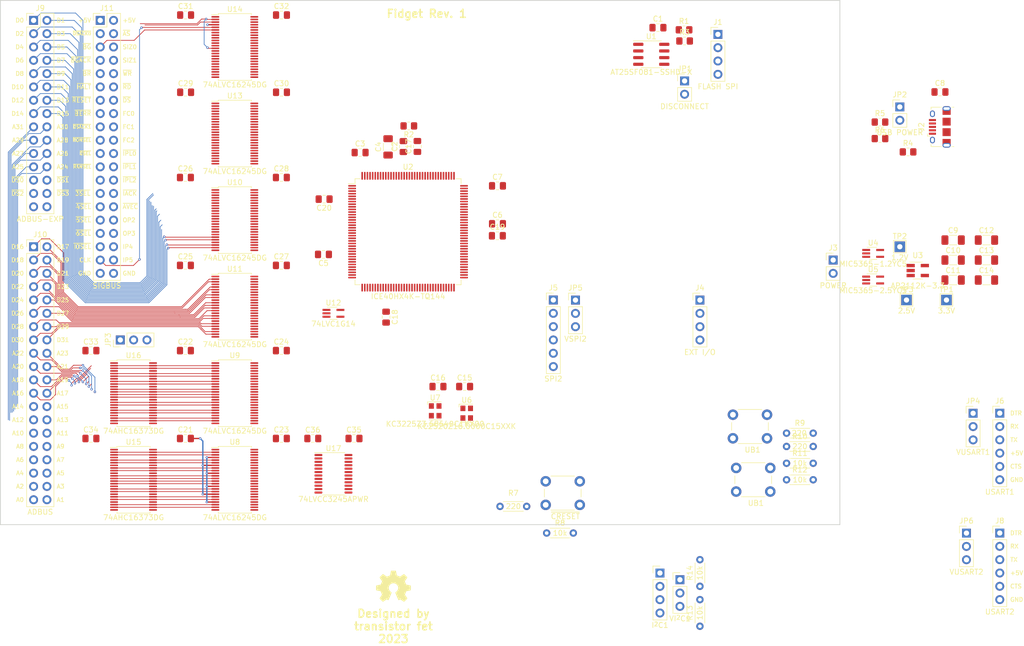
<source format=kicad_pcb>
(kicad_pcb (version 20211014) (generator pcbnew)
  (title_block (title "Fidget") (rev "1"))
  (layers (0 "F.Cu" signal) (31 "B.Cu" signal) (34 "B.Paste" user) (35 "F.Paste" user) (36 "B.SilkS" user "B.Silkscreen") (37 "F.SilkS" user "F.Silkscreen") (38 "B.Mask" user) (39 "F.Mask" user) (44 "Edge.Cuts" user))
  (net 0 "")
  (net 1 "+3.3V")
  (net 2 "GND")
  (net 3 "Net-(C2-Pad1)")
  (net 4 "+1V2")
  (net 5 "+2V5")
  (net 6 "+5V")
  (net 7 "VBUS")
  (net 8 "~{SCS}")
  (net 9 "SCK")
  (net 10 "SDI")
  (net 11 "SDO")
  (net 12 "Net-(J2-Pad1)")
  (net 13 "Net-(J2-Pad2)")
  (net 14 "Net-(J2-Pad3)")
  (net 16 "Net-(J4-Pad1)")
  (net 17 "Net-(J4-Pad2)")
  (net 18 "Net-(J4-Pad3)")
  (net 19 "Net-(J4-Pad4)")
  (net 20 "Net-(J5-Pad1)")
  (net 21 "SDO2")
  (net 22 "SDI2")
  (net 23 "SCK2")
  (net 24 "~{SCS2}")
  (net 25 "USART1_DTR")
  (net 26 "USART1_TX")
  (net 27 "USART1_RX")
  (net 28 "Net-(J6-Pad4)")
  (net 29 "USART1_CTS")
  (net 30 "Net-(J7-Pad1)")
  (net 31 "SCK1")
  (net 32 "SDA1")
  (net 33 "USART2_DTR")
  (net 34 "USART2_TX")
  (net 35 "USART2_RX")
  (net 36 "Net-(J8-Pad4)")
  (net 37 "USART2_CTS")
  (net 38 "D0")
  (net 39 "D1")
  (net 40 "D2")
  (net 41 "D3")
  (net 42 "D4")
  (net 43 "D5")
  (net 44 "D6")
  (net 45 "D7")
  (net 46 "D8")
  (net 47 "D9")
  (net 48 "D10")
  (net 49 "D11")
  (net 50 "D12")
  (net 51 "D13")
  (net 52 "D14")
  (net 53 "D15")
  (net 54 "A31")
  (net 55 "A30")
  (net 56 "A29")
  (net 57 "A28")
  (net 58 "A27")
  (net 59 "A26")
  (net 60 "A25")
  (net 61 "A24")
  (net 62 "~{DS0}")
  (net 63 "~{DS1}")
  (net 64 "~{DS2}")
  (net 65 "~{DS3}")
  (net 68 "D16")
  (net 69 "D17")
  (net 70 "D18")
  (net 71 "D19")
  (net 72 "D20")
  (net 73 "D21")
  (net 74 "D22")
  (net 75 "D23")
  (net 76 "D24")
  (net 77 "D25")
  (net 78 "D26")
  (net 79 "D27")
  (net 80 "D28")
  (net 81 "D29")
  (net 82 "D30")
  (net 83 "D31")
  (net 84 "A22")
  (net 85 "A23")
  (net 86 "A20")
  (net 87 "A21")
  (net 88 "A18")
  (net 89 "A19")
  (net 90 "A16")
  (net 91 "A17")
  (net 92 "A14")
  (net 93 "A15")
  (net 94 "A12")
  (net 95 "A13")
  (net 96 "A10")
  (net 97 "A11")
  (net 98 "A8")
  (net 99 "A9")
  (net 100 "A6")
  (net 101 "A7")
  (net 102 "A4")
  (net 103 "A5")
  (net 104 "A2")
  (net 105 "A3")
  (net 106 "A0")
  (net 107 "A1")
  (net 108 "~{DSACK0}")
  (net 109 "~{AS}")
  (net 110 "~{BG}")
  (net 111 "SIZ0")
  (net 112 "~{BGACK}")
  (net 113 "SIZ1")
  (net 114 "~{BR}")
  (net 115 "R{slash}~{W}")
  (net 116 "~{HALT}")
  (net 117 "~{RD}")
  (net 118 "~{RESET}")
  (net 119 "~{DS}")
  (net 120 "~{BERR}")
  (net 121 "FC0")
  (net 122 "~{DSACK1}")
  (net 123 "FC1")
  (net 124 "~{ROMSEL}")
  (net 125 "FC2")
  (net 126 "~{0SEL}")
  (net 127 "~{IPL0}")
  (net 128 "~{RAMSEL}")
  (net 129 "~{IPL1}")
  (net 131 "~{IPL2}")
  (net 132 "~{3SEL}")
  (net 133 "~{IACK}")
  (net 134 "~{4SEL}")
  (net 135 "~{AVEC}")
  (net 136 "~{5SEL}")
  (net 137 "OP2")
  (net 138 "~{6SEL}")
  (net 139 "OP3")
  (net 140 "~{IOSEL}")
  (net 141 "IP4")
  (net 142 "CLK")
  (net 143 "IP5")
  (net 144 "Net-(JP1-Pad2)")
  (net 145 "~{SF_HOLD}")
  (net 146 "~{SF_WP}")
  (net 147 "USB_PULLUP")
  (net 148 "USB_DP")
  (net 149 "USB_DN")
  (net 150 "Net-(D1-Pad2)")
  (net 151 "~{CRESET}")
  (net 152 "UL1")
  (net 153 "Net-(D2-Pad2)")
  (net 154 "UL2")
  (net 155 "Net-(D3-Pad2)")
  (net 156 "UB1")
  (net 157 "UB2")
  (net 168 "SEND{slash}~{RECV}")
  (net 169 "~{ADDR_OE}")
  (net 170 "~{CTRL_OE}")
  (net 171 "CLK-16M")
  (net 174 "CLK-3.6864M")
  (net 175 "~{AL_OE_L}")
  (net 176 "~{AL_LE_L}")
  (net 178 "~{DATA_OE}")
  (net 179 "~{DATA_DIR}")
  (net 180 "~{ALT_CTRL_OE}")
  (net 181 "~{ALT_CTRL_DIR1}")
  (net 182 "~{ALT_CTRL_DIR2}")
  (net 184 "AD0")
  (net 185 "AD1")
  (net 186 "AD2")
  (net 187 "AD3")
  (net 189 "AD4")
  (net 190 "AD5")
  (net 191 "AD6")
  (net 192 "AD7")
  (net 193 "AD8")
  (net 194 "AD9")
  (net 195 "AD10")
  (net 196 "AD11")
  (net 197 "AD12")
  (net 198 "AD13")
  (net 199 "AD14")
  (net 200 "AD15")
  (net 201 "~{HALT_IN_L}")
  (net 202 "~{IACK_L}")
  (net 203 "~{AS_L}")
  (net 204 "SIZ0_L")
  (net 205 "SIZ1_L")
  (net 206 "R{slash}~{W}_L")
  (net 207 "~{DS_L}")
  (net 208 "FC0_L")
  (net 209 "FC1_L")
  (net 210 "FC2_L")
  (net 211 "~{DSACK0_L}")
  (net 212 "~{DSACK1_L}")
  (net 213 "~{BERR_L}")
  (net 215 "AD16")
  (net 216 "AD17")
  (net 217 "AD18")
  (net 218 "AD19")
  (net 219 "AD20")
  (net 220 "AD21")
  (net 221 "AD22")
  (net 222 "AD23")
  (net 223 "~{HALT_OUT_L}")
  (net 224 "~{RESET_OUT_L}")
  (net 225 "~{BG_L}")
  (net 226 "~{BGACK_L}")
  (net 227 "~{BR_L}")
  (net 228 "~{AVEC_L}")
  (net 229 "CLK_L")
  (net 230 "~{RESET_IN_L}")
  (net 231 "AD24")
  (net 233 "AD25")
  (net 234 "AD26")
  (net 235 "AD27")
  (net 236 "AD28")
  (net 237 "AD29")
  (net 238 "AD30")
  (net 239 "AD31")
  (net 240 "~{IPL0_L}")
  (net 241 "~{IPL1_L}")
  (net 242 "~{IPL2_L}")
  (net 246 "Net-(U12-Pad4)")
  (net 263 "~{AL_OE}")
  (net 264 "~{AL_LE}")
  (footprint "Connector_PinHeader_2.54mm:PinHeader_2x15_P2.54mm_Vertical" (layer "F.Cu") (at 49.53 25.4)
    (fp_text reference "J9")
    (fp_text value "ADBUS-EXP")
  )
  (footprint "Package_SO:TSSOP-48_6.1x12.5mm_P0.5mm" (layer "F.Cu") (at 87.884 113.03)
    (fp_text reference "U8")
    (fp_text value "74ALVC16245DG")
  )
  (footprint "Resistor_SMD:R_0805_2012Metric_Pad1.20x1.40mm_HandSolder" (layer "F.Cu") (at 216.2 50.49)
    (fp_text reference "R4")
    (fp_text value "1.5k")
  )
  (footprint "Capacitor_SMD:C_0805_2012Metric_Pad1.18x1.45mm_HandSolder" (layer "F.Cu") (at 96.7525 72.136)
    (fp_text reference "C27")
    (fp_text value "0.1uF")
  )
  (footprint "Connector_PinHeader_2.54mm:PinHeader_1x02_P2.54mm_Vertical" (layer "F.Cu") (at 201.93 71.12)
    (fp_text reference "J3")
    (fp_text value "POWER")
  )
  (footprint "Connector_PinHeader_2.54mm:PinHeader_1x04_P2.54mm_Vertical" (layer "F.Cu") (at 168.91 130.82)
    (fp_text reference "J7")
    (fp_text value "I^{2}C1")
  )
  (footprint "Resistor_THT:R_Axial_DIN0204_L3.6mm_D1.6mm_P5.08mm_Horizontal" (layer "F.Cu") (at 147.32 123.19)
    (fp_text reference "R8")
    (fp_text value "10k")
  )
  (footprint "TestPoint:TestPoint_THTPad_2.0x2.0mm_Drill1.0mm" (layer "F.Cu") (at 215.9 78.74)
    (fp_text reference "TP3")
    (fp_text value "2.5V")
  )
  (footprint "Connector_PinHeader_2.54mm:PinHeader_2x20_P2.54mm_Vertical" (layer "F.Cu") (at 62.23 25.4)
    (fp_text reference "J11")
    (fp_text value "SIGBUS")
  )
  (footprint "Capacitor_SMD:C_1206_3216Metric_Pad1.33x1.80mm_HandSolder" (layer "F.Cu") (at 231.14 67.31)
    (fp_text reference "C12")
    (fp_text value "1uF")
  )
  (footprint "Capacitor_SMD:C_0805_2012Metric_Pad1.18x1.45mm_HandSolder" (layer "F.Cu") (at 126.601 95.25)
    (fp_text reference "C16")
    (fp_text value "0.1uF")
  )
  (footprint "Capacitor_SMD:C_0805_2012Metric_Pad1.18x1.45mm_HandSolder" (layer "F.Cu") (at 78.502 24.384)
    (fp_text reference "C31")
    (fp_text value "0.1uF")
  )
  (footprint "Connector_PinHeader_2.54mm:PinHeader_1x04_P2.54mm_Vertical" (layer "F.Cu") (at 179.959 28.072)
    (fp_text reference "J1")
    (fp_text value "FLASH SPI")
  )
  (footprint "Capacitor_SMD:C_1206_3216Metric_Pad1.33x1.80mm_HandSolder" (layer "F.Cu") (at 117.094 49.53 90)
    (fp_text reference "C4")
    (fp_text value "10uF")
  )
  (footprint "Package_SO:TSSOP-48_6.1x12.5mm_P0.5mm" (layer "F.Cu") (at 68.58 96.52)
    (fp_text reference "U16")
    (fp_text value "74AHC16373DG")
  )
  (footprint "Capacitor_SMD:C_1206_3216Metric_Pad1.33x1.80mm_HandSolder" (layer "F.Cu") (at 224.79 74.93)
    (fp_text reference "C11")
    (fp_text value "1uF")
  )
  (footprint "Connector_PinHeader_2.54mm:PinHeader_1x03_P2.54mm_Vertical" (layer "F.Cu") (at 66.055 86.36 90)
    (fp_text reference "JP3")
    (fp_text value "VBUS")
  )
  (footprint "Resistor_SMD:R_0805_2012Metric_Pad1.20x1.40mm_HandSolder" (layer "F.Cu") (at 210.85 44.8)
    (fp_text reference "R5")
    (fp_text value "68")
  )
  (footprint "Button_Switch_THT:SW_PUSH_6mm" (layer "F.Cu") (at 182.82 100.62)
    (fp_text reference "SW2")
    (fp_text value "UB1")
  )
  (footprint "Connector_PinHeader_2.54mm:PinHeader_1x02_P2.54mm_Vertical" (layer "F.Cu") (at 214.63 41.91)
    (fp_text reference "JP2")
    (fp_text value "USB POWER")
  )
  (footprint "Capacitor_SMD:C_0805_2012Metric_Pad1.18x1.45mm_HandSolder" (layer "F.Cu") (at 168.529 26.792)
    (fp_text reference "C1")
    (fp_text value "0.1uF")
  )
  (footprint "Capacitor_SMD:C_0805_2012Metric_Pad1.18x1.45mm_HandSolder" (layer "F.Cu") (at 137.9435 56.963)
    (fp_text reference "C7")
    (fp_text value "0.1uF")
  )
  (footprint "Capacitor_SMD:C_0805_2012Metric_Pad1.18x1.45mm_HandSolder" (layer "F.Cu") (at 78.4645 88.392)
    (fp_text reference "C22")
    (fp_text value "0.1uF")
  )
  (footprint "Capacitor_SMD:C_0805_2012Metric_Pad1.18x1.45mm_HandSolder" (layer "F.Cu") (at 104.902 59.503 180)
    (fp_text reference "C20")
    (fp_text value "0.1uF")
  )
  (footprint "Connector_PinHeader_2.54mm:PinHeader_1x06_P2.54mm_Vertical" (layer "F.Cu") (at 233.68 100.33)
    (fp_text reference "J6")
    (fp_text value "USART1")
  )
  (footprint "Capacitor_SMD:C_0805_2012Metric_Pad1.18x1.45mm_HandSolder" (layer "F.Cu") (at 111.76 50.613)
    (fp_text reference "C3")
    (fp_text value "0.1uF")
  )
  (footprint "Package_TO_SOT_SMD:SOT-353_SC-70-5_Handsoldering" (layer "F.Cu") (at 106.68 81.28)
    (fp_text reference "U12")
    (fp_text value "74LVC1G14")
  )
  (footprint "Package_SO:SOIC-8_3.9x4.9mm_P1.27mm" (layer "F.Cu") (at 167.259 31.872)
    (fp_text reference "U1")
    (fp_text value "AT25SF081-SSHD-X")
  )
  (footprint "Capacitor_SMD:C_0805_2012Metric_Pad1.18x1.45mm_HandSolder" (layer "F.Cu") (at 96.7525 105.156)
    (fp_text reference "C23")
    (fp_text value "0.1uF")
  )
  (footprint "Resistor_SMD:R_0805_2012Metric_Pad1.20x1.40mm_HandSolder" (layer "F.Cu") (at 210.85 47.95)
    (fp_text reference "R6")
    (fp_text value "68")
  )
  (footprint "Resistor_THT:R_Axial_DIN0204_L3.6mm_D1.6mm_P5.08mm_Horizontal" (layer "F.Cu") (at 176.53 140.97 90)
    (fp_text reference "R13")
    (fp_text value "10k")
  )
  (footprint "Capacitor_SMD:C_0805_2012Metric_Pad1.18x1.45mm_HandSolder" (layer "F.Cu") (at 131.681 95.25)
    (fp_text reference "C15")
    (fp_text value "0.1uF")
  )
  (footprint "Package_SO:TSSOP-48_6.1x12.5mm_P0.5mm" (layer "F.Cu") (at 87.884 63.5)
    (fp_text reference "U10")
    (fp_text value "74ALVC16245DG")
  )
  (footprint "Connector_PinHeader_2.54mm:PinHeader_1x02_P2.54mm_Vertical" (layer "F.Cu") (at 173.609 36.952)
    (fp_text reference "JP1")
    (fp_text value "DISCONNECT")
  )
  (footprint "Resistor_THT:R_Axial_DIN0204_L3.6mm_D1.6mm_P5.08mm_Horizontal" (layer "F.Cu") (at 193.04 109.88)
    (fp_text reference "R11")
    (fp_text value "10k")
  )
  (footprint "Capacitor_SMD:C_0805_2012Metric_Pad1.18x1.45mm_HandSolder" (layer "F.Cu") (at 104.775 70.044 180)
    (fp_text reference "C5")
    (fp_text value "0.1uF")
  )
  (footprint "Package_TO_SOT_SMD:SOT-353_SC-70-5_Handsoldering" (layer "F.Cu") (at 209.55 69.85)
    (fp_text reference "U4")
    (fp_text value "MIC5365-1.2YC5")
  )
  (footprint "Capacitor_SMD:C_0805_2012Metric_Pad1.18x1.45mm_HandSolder" (layer "F.Cu") (at 78.4645 105.156)
    (fp_text reference "C21")
    (fp_text value "0.1uF")
  )
  (footprint "Capacitor_SMD:C_0805_2012Metric_Pad1.18x1.45mm_HandSolder" (layer "F.Cu") (at 96.7525 88.392)
    (fp_text reference "C24")
    (fp_text value "0.1uF")
  )
  (footprint "Capacitor_SMD:C_0805_2012Metric_Pad1.18x1.45mm_HandSolder" (layer "F.Cu") (at 60.452 88.392)
    (fp_text reference "C33")
    (fp_text value "0.1uF")
  )
  (footprint "Package_TO_SOT_SMD:SOT-353_SC-70-5_Handsoldering" (layer "F.Cu") (at 209.55 74.93)
    (fp_text reference "U5")
    (fp_text value "MIC5365-2.5YC5")
  )
  (footprint "Package_SO:TSSOP-48_6.1x12.5mm_P0.5mm" (layer "F.Cu") (at 87.884 80.01)
    (fp_text reference "U11")
    (fp_text value "74ALVC16245DG")
  )
  (footprint "Resistor_THT:R_Axial_DIN0204_L3.6mm_D1.6mm_P5.08mm_Horizontal" (layer "F.Cu") (at 176.53 133.35 90)
    (fp_text reference "R14")
    (fp_text value "10k")
  )
  (footprint "Capacitor_SMD:C_0805_2012Metric_Pad1.18x1.45mm_HandSolder" (layer "F.Cu") (at 110.5955 105.156 180)
    (fp_text reference "C35")
    (fp_text value "0.1uF")
  )
  (footprint "Connector_PinHeader_2.54mm:PinHeader_1x03_P2.54mm_Vertical" (layer "F.Cu") (at 228.6 100.345)
    (fp_text reference "JP4")
    (fp_text value "VUSART1")
  )
  (footprint "Oscillator:Oscillator_SMD_Kyocera_KC2520Z-4Pin_2.5x2.0mm" (layer "F.Cu") (at 132.08 100.33)
    (fp_text reference "U6")
    (fp_text value "KC2520Z16.0000C15XXK")
  )
  (footprint "Capacitor_SMD:C_0805_2012Metric_Pad1.18x1.45mm_HandSolder" (layer "F.Cu") (at 96.774 24.384)
    (fp_text reference "C32")
    (fp_text value "0.1uF")
  )
  (footprint "Connector_PinHeader_2.54mm:PinHeader_1x06_P2.54mm_Vertical" (layer "F.Cu") (at 148.59 78.74)
    (fp_text reference "J5")
    (fp_text value "SPI2")
  )
  (footprint "Package_SO:TSSOP-48_6.1x12.5mm_P0.5mm" (layer "F.Cu") (at 68.58 113.03)
    (fp_text reference "U15")
    (fp_text value "74AHC16373DG")
  )
  (footprint "Capacitor_SMD:C_1206_3216Metric_Pad1.33x1.80mm_HandSolder" (layer "F.Cu") (at 224.79 67.31)
    (fp_text reference "C9")
    (fp_text value "1uF")
  )
  (footprint "Resistor_SMD:R_0805_2012Metric_Pad1.20x1.40mm_HandSolder" (layer "F.Cu") (at 173.609 29.332)
    (fp_text reference "R3")
    (fp_text value "10k")
  )
  (footprint "Connector_PinHeader_2.54mm:PinHeader_1x06_P2.54mm_Vertical" (layer "F.Cu") (at 233.68 123.19)
    (fp_text reference "J8")
    (fp_text value "USART2")
  )
  (footprint "Symbol:OSHW-Symbol_6.7x6mm_SilkScreen" (layer "F.Cu") (at 118.11 133.35)
    (fp_text reference "REF**" hide)
    (fp_text value "OSHW-Symbol_6.7x6mm_SilkScreen" hide)
  )
  (footprint "Connector_PinHeader_2.54mm:PinHeader_1x03_P2.54mm_Vertical" (layer "F.Cu") (at 227.33 123.205)
    (fp_text reference "JP6")
    (fp_text value "VUSART2")
  )
  (footprint "Capacitor_SMD:C_0805_2012Metric_Pad1.18x1.45mm_HandSolder" (layer "F.Cu") (at 137.9435 64.202)
    (fp_text reference "C6")
    (fp_text value "0.01uF")
  )
  (footprint "Capacitor_SMD:C_0805_2012Metric_Pad1.18x1.45mm_HandSolder" (layer "F.Cu") (at 102.743 105.156 180)
    (fp_text reference "C36")
    (fp_text value "0.1uF")
  )
  (footprint "TestPoint:TestPoint_THTPad_2.0x2.0mm_Drill1.0mm" (layer "F.Cu") (at 223.52 78.74)
    (fp_text reference "TP1")
    (fp_text value "3.3V")
  )
  (footprint "Connector_USB:USB_Micro-B_Amphenol_10118194_Horizontal" (layer "F.Cu") (at 222.25 45.72 90)
    (fp_text reference "J2")
    (fp_text value "USB_B_Micro")
  )
  (footprint "Connector_PinHeader_2.54mm:PinHeader_2x20_P2.54mm_Vertical" (layer "F.Cu") (at 49.53 68.58)
    (fp_text reference "J10")
    (fp_text value "ADBUS")
  )
  (footprint "Package_SO:TSSOP-48_6.1x12.5mm_P0.5mm" (layer "F.Cu") (at 87.884 46.99)
    (fp_text reference "U13")
    (fp_text value "74ALVC16245DG")
  )
  (footprint "Connector_PinHeader_2.54mm:PinHeader_1x03_P2.54mm_Vertical" (layer "F.Cu") (at 172.72 132.095)
    (fp_text reference "JP7")
    (fp_text value "VI^{2}C1")
  )
  (footprint "Capacitor_SMD:C_1206_3216Metric_Pad1.33x1.80mm_HandSolder" (layer "F.Cu") (at 224.79 71.12)
    (fp_text reference "C10")
    (fp_text value "1uF")
  )
  (footprint "Resistor_THT:R_Axial_DIN0204_L3.6mm_D1.6mm_P5.08mm_Horizontal" (layer "F.Cu") (at 193.04 104.14)
    (fp_text reference "R9")
    (fp_text value "220")
  )
  (footprint "Package_SO:TSSOP-48_6.1x12.5mm_P0.5mm" (layer "F.Cu") (at 87.884 30.48)
    (fp_text reference "U14")
    (fp_text value "74ALVC16245DG")
  )
  (footprint "Button_Switch_THT:SW_PUSH_6mm" (layer "F.Cu") (at 147.134436 113.32)
    (fp_text reference "SW1")
    (fp_text value "~{CRESET}")
  )
  (footprint "Capacitor_SMD:C_0805_2012Metric_Pad1.18x1.45mm_HandSolder" (layer "F.Cu") (at 78.4645 55.372)
    (fp_text reference "C26")
    (fp_text value "0.1uF")
  )
  (footprint "Connector_PinHeader_2.54mm:PinHeader_1x03_P2.54mm_Vertical" (layer "F.Cu") (at 152.81 78.755)
    (fp_text reference "JP5")
    (fp_text value "VSPI2")
  )
  (footprint "Capacitor_SMD:C_0805_2012Metric_Pad1.18x1.45mm_HandSolder" (layer "F.Cu") (at 116.713 82.0035 -90)
    (fp_text reference "C18")
    (fp_text value "0.1uF")
  )
  (footprint "Package_TO_SOT_SMD:SOT-23-5_HandSoldering" (layer "F.Cu") (at 218.05 73.12)
    (fp_text reference "U3")
    (fp_text value "AP2112K-3.3")
  )
  (footprint "Capacitor_SMD:C_0805_2012Metric_Pad1.18x1.45mm_HandSolder" (layer "F.Cu") (at 78.4645 72.136)
    (fp_text reference "C25")
    (fp_text value "0.1uF")
  )
  (footprint "Capacitor_SMD:C_0805_2012Metric_Pad1.18x1.45mm_HandSolder" (layer "F.Cu") (at 120.015 49.47 90)
    (fp_text reference "C2")
    (fp_text value "0.1uF")
  )
  (footprint "Capacitor_SMD:C_0805_2012Metric_Pad1.18x1.45mm_HandSolder" (layer "F.Cu") (at 122.682 49.4485 90)
    (fp_text reference "C17")
    (fp_text value "0.1uF")
  )
  (footprint "Button_Switch_THT:SW_PUSH_6mm" (layer "F.Cu") (at 183.44 110.78)
    (fp_text reference "SW3")
    (fp_text value "UB1")
  )
  (footprint "Capacitor_SMD:C_1206_3216Metric_Pad1.33x1.80mm_HandSolder" (layer "F.Cu") (at 231.14 74.93)
    (fp_text reference "C14")
    (fp_text value "1uF")
  )
  (footprint "Capacitor_SMD:C_0805_2012Metric_Pad1.18x1.45mm_HandSolder" (layer "F.Cu") (at 137.922 66.488)
    (fp_text reference "C19")
    (fp_text value "0.1uF")
  )
  (footprint "Package_SO:TSSOP-48_6.1x12.5mm_P0.5mm" (layer "F.Cu") (at 87.884 96.52)
    (fp_text reference "U9")
    (fp_text value "74ALVC16245DG")
  )
  (footprint "Resistor_SMD:R_0805_2012Metric_Pad1.20x1.40mm_HandSolder" (layer "F.Cu") (at 121.047 45.533 180)
    (fp_text reference "R2")
    (fp_text value "100")
  )
  (footprint "Capacitor_SMD:C_0805_2012Metric_Pad1.18x1.45mm_HandSolder" (layer "F.Cu") (at 96.774 39.116)
    (fp_text reference "C30")
    (fp_text value "0.1uF")
  )
  (footprint "Package_QFP:TQFP-144_20x20mm_P0.5mm" (layer "F.Cu") (at 120.904 65.713)
    (fp_text reference "U2")
    (fp_text value "ICE40HX4K-TQ144")
  )
  (footprint "Capacitor_SMD:C_0805_2012Metric_Pad1.18x1.45mm_HandSolder" (layer "F.Cu") (at 96.7525 55.372)
    (fp_text reference "C28")
    (fp_text value "0.1uF")
  )
  (footprint "Resistor_THT:R_Axial_DIN0204_L3.6mm_D1.6mm_P5.08mm_Horizontal" (layer "F.Cu") (at 193.04 113.03)
    (fp_text reference "R12")
    (fp_text value "10k")
  )
  (footprint "Resistor_SMD:R_0805_2012Metric_Pad1.20x1.40mm_HandSolder" (layer "F.Cu") (at 173.505 27.202)
    (fp_text reference "R1")
    (fp_text value "10k")
  )
  (footprint "Capacitor_SMD:C_0805_2012Metric_Pad1.18x1.45mm_HandSolder" (layer "F.Cu") (at 60.452 105.156)
    (fp_text reference "C34")
    (fp_text value "0.1uF")
  )
  (footprint "TestPoint:TestPoint_THTPad_2.0x2.0mm_Drill1.0mm" (layer "F.Cu") (at 214.63 68.58)
    (fp_text reference "TP2")
    (fp_text value "1.2V")
  )
  (footprint "Capacitor_SMD:C_0805_2012Metric_Pad1.18x1.45mm_HandSolder" (layer "F.Cu") (at 78.502 39.116)
    (fp_text reference "C29")
    (fp_text value "0.1uF")
  )
  (footprint "Capacitor_SMD:C_1206_3216Metric_Pad1.33x1.80mm_HandSolder" (layer "F.Cu") (at 231.14 71.12)
    (fp_text reference "C13")
    (fp_text value "1uF")
  )
  (footprint "Oscillator:Oscillator_SMD_Kyocera_KC2520Z-4Pin_2.5x2.0mm" (layer "F.Cu") (at 126.07 99.885)
    (fp_text reference "U7")
    (fp_text value "KC3225Z3.68640C1KX00")
  )
  (footprint "Resistor_THT:R_Axial_DIN0204_L3.6mm_D1.6mm_P5.08mm_Horizontal" (layer "F.Cu") (at 138.43 118.11)
    (fp_text reference "R7")
    (fp_text value "220")
  )
  (footprint "Resistor_THT:R_Axial_DIN0204_L3.6mm_D1.6mm_P5.08mm_Horizontal" (layer "F.Cu") (at 193.04 106.68)
    (fp_text reference "R10")
    (fp_text value "220")
  )
  (footprint "Package_SO:TSSOP-24_4.4x7.8mm_P0.65mm" (layer "F.Cu") (at 106.68 111.887)
    (fp_text reference "U17")
    (fp_text value "74LVCC3245APWR")
  )
  (footprint "Capacitor_SMD:C_0805_2012Metric_Pad1.18x1.45mm_HandSolder" (layer "F.Cu") (at 222.28 39.06)
    (fp_text reference "C8")
    (fp_text value "0.1uF")
  )
  (footprint "Connector_PinHeader_2.54mm:PinHeader_1x04_P2.54mm_Vertical" (layer "F.Cu") (at 176.53 78.75)
    (fp_text reference "J4")
    (fp_text value "EXT I/O")
  )
  (gr_line (start 203.2 21.59) (end 43.2 21.59) (layer "Edge.Cuts") (width 0.15))
  (gr_line (start 43.2 21.59) (end 43.2 121.59) (layer "Edge.Cuts") (width 0.15))
  (gr_line (start 203.2 121.59) (end 203.2 21.59) (layer "Edge.Cuts") (width 0.15))
  (gr_line (start 43.2 121.59) (end 203.2 121.59) (layer "Edge.Cuts") (width 0.15))
  (gr_text "~{IPL0}" (at 66.421 50.8) (layer "F.SilkS") (effects (font (size 0.8 0.8)) (justify left)))
  (gr_text "A28" (at 53.848 48.26) (layer "F.SilkS") (effects (font (size 0.8 0.8)) (justify left)))
  (gr_text "SIZ0" (at 66.421 30.48) (layer "F.SilkS") (effects (font (size 0.8 0.8)) (justify left)))
  (gr_text "D2" (at 47.752 27.94) (layer "F.SilkS") (effects (font (size 0.8 0.8)) (justify right)))
  (gr_text "A31\n" (at 47.752 45.72) (layer "F.SilkS") (effects (font (size 0.8 0.8)) (justify right)))
  (gr_text "~{IPL1}" (at 66.421 53.34) (layer "F.SilkS") (effects (font (size 0.8 0.8)) (justify left)))
  (gr_text "D0\n" (at 47.752 25.4) (layer "F.SilkS") (effects (font (size 0.8 0.8)) (justify right)))
  (gr_text "A6" (at 47.752 109.22) (layer "F.SilkS") (effects (font (size 0.8 0.8)) (justify right)))
  (gr_text "A26" (at 53.848 50.8) (layer "F.SilkS") (effects (font (size 0.8 0.8)) (justify left)))
  (gr_text "+5V" (at 60.579 25.4) (layer "F.SilkS") (effects (font (size 0.8 0.8)) (justify right)))
  (gr_text "D23" (at 53.848 76.2) (layer "F.SilkS") (effects (font (size 0.8 0.8)) (justify left)))
  (gr_text "D10" (at 47.752 38.1) (layer "F.SilkS") (effects (font (size 0.8 0.8)) (justify right)))
  (gr_text "~{IACK}" (at 66.421 58.42) (layer "F.SilkS") (effects (font (size 0.8 0.8)) (justify left)))
  (gr_text "~{BERR}" (at 60.579 43.18) (layer "F.SilkS") (effects (font (size 0.8 0.8)) (justify right)))
  (gr_text "A27" (at 47.752 50.8) (layer "F.SilkS") (effects (font (size 0.8 0.8)) (justify right)))
  (gr_text "DTR" (at 235.585 123.19) (layer "F.SilkS") (effects (font (size 0.8 0.8)) (justify left)))
  (gr_text "FC2" (at 66.421 48.26) (layer "F.SilkS") (effects (font (size 0.8 0.8)) (justify left)))
  (gr_text "SIZ1" (at 66.421 33.02) (layer "F.SilkS") (effects (font (size 0.8 0.8)) (justify left)))
  (gr_text "D6" (at 47.752 33.02) (layer "F.SilkS") (effects (font (size 0.8 0.8)) (justify right)))
  (gr_text "~{DS2}" (at 47.752 58.42) (layer "F.SilkS") (effects (font (size 0.8 0.8)) (justify right)))
  (gr_text "+5V" (at 235.585 130.81) (layer "F.SilkS") (effects (font (size 0.8 0.8)) (justify left)))
  (gr_text "RX" (at 235.585 125.73) (layer "F.SilkS") (effects (font (size 0.8 0.8)) (justify left)))
  (gr_text "~{5SEL}" (at 60.579 63.5) (layer "F.SilkS") (effects (font (size 0.8 0.8)) (justify right)))
  (gr_text "D26" (at 47.752 81.28) (layer "F.SilkS") (effects (font (size 0.8 0.8)) (justify right)))
  (gr_text "~{ROMSEL}" (at 60.579 48.26) (layer "F.SilkS") (effects (font (size 0.6 0.6)) (justify right)))
  (gr_text "D1\n" (at 53.848 25.4) (layer "F.SilkS") (effects (font (size 0.8 0.8)) (justify left)))
  (gr_text "DTR" (at 235.585 100.33) (layer "F.SilkS") (effects (font (size 0.8 0.8)) (justify left)))
  (gr_text "D14" (at 47.752 43.18) (layer "F.SilkS") (effects (font (size 0.8 0.8)) (justify right)))
  (gr_text "A24" (at 53.848 53.34) (layer "F.SilkS") (effects (font (size 0.8 0.8)) (justify left)))
  (gr_text "~{RD}" (at 66.421 38.1) (layer "F.SilkS") (effects (font (size 0.8 0.8)) (justify left)))
  (gr_text "CLK\n" (at 60.579 71.12) (layer "F.SilkS") (effects (font (size 0.8 0.8)) (justify right)))
  (gr_text "~{6SEL}" (at 60.579 66.04) (layer "F.SilkS") (effects (font (size 0.8 0.8)) (justify right)))
  (gr_text "A16" (at 47.752 96.52) (layer "F.SilkS") (effects (font (size 0.8 0.8)) (justify right)))
  (gr_text "~{DSACK0}" (at 60.579 27.94) (layer "F.SilkS") (effects (font (size 0.6 0.6)) (justify right)))
  (gr_text "D11" (at 53.848 38.1) (layer "F.SilkS") (effects (font (size 0.8 0.8)) (justify left)))
  (gr_text "D27\n" (at 53.848 81.28) (layer "F.SilkS") (effects (font (size 0.8 0.8)) (justify left)))
  (gr_text "A20" (at 47.752 91.44) (layer "F.SilkS") (effects (font (size 0.8 0.8)) (justify right)))
  (gr_text "A10" (at 47.752 104.14) (layer "F.SilkS") (effects (font (size 0.8 0.8)) (justify right)))
  (gr_text "A1" (at 53.848 116.84) (layer "F.SilkS") (effects (font (size 0.8 0.8)) (justify left)))
  (gr_text "D21" (at 53.848 73.66) (layer "F.SilkS") (effects (font (size 0.8 0.8)) (justify left)))
  (gr_text "~{RESET}" (at 60.579 40.64) (layer "F.SilkS") (effects (font (size 0.8 0.8)) (justify right)))
  (gr_text "D18\n" (at 47.752 71.12) (layer "F.SilkS") (effects (font (size 0.8 0.8)) (justify right)))
  (gr_text "A3" (at 53.848 114.3) (layer "F.SilkS") (effects (font (size 0.8 0.8)) (justify left)))
  (gr_text "D20" (at 47.752 73.66) (layer "F.SilkS") (effects (font (size 0.8 0.8)) (justify right)))
  (gr_text "~{DS3}" (at 53.848 58.42) (layer "F.SilkS") (effects (font (size 0.8 0.8)) (justify left)))
  (gr_text "D9" (at 53.848 35.56) (layer "F.SilkS") (effects (font (size 0.8 0.8)) (justify left)))
  (gr_text "A9" (at 53.848 106.68) (layer "F.SilkS") (effects (font (size 0.8 0.8)) (justify left)))
  (gr_text "OP2" (at 66.421 63.5) (layer "F.SilkS") (effects (font (size 0.8 0.8)) (justify left)))
  (gr_text "GND" (at 60.579 73.66) (layer "F.SilkS") (effects (font (size 0.8 0.8)) (justify right)))
  (gr_text "A11" (at 53.848 104.14) (layer "F.SilkS") (effects (font (size 0.8 0.8)) (justify left)))
  (gr_text "CTS" (at 235.585 133.35) (layer "F.SilkS") (effects (font (size 0.8 0.8)) (justify left)))
  (gr_text "A25" (at 47.752 53.34) (layer "F.SilkS") (effects (font (size 0.8 0.8)) (justify right)))
  (gr_text "D17\n" (at 53.848 68.58) (layer "F.SilkS") (effects (font (size 0.8 0.8)) (justify left)))
  (gr_text "~{3SEL}" (at 60.452 58.42) (layer "F.SilkS") (effects (font (size 0.8 0.8)) (justify right)))
  (gr_text "A18" (at 47.752 93.98) (layer "F.SilkS") (effects (font (size 0.8 0.8)) (justify right)))
  (gr_text "Designed by\ntransistor fet\n2023" (at 118.11 140.97) (layer "F.SilkS") (effects (font (size 1.5 1.5) (thickness 0.3))))
  (gr_text "~{DS}" (at 66.421 40.64) (layer "F.SilkS") (effects (font (size 0.8 0.8)) (justify left)))
  (gr_text "D29" (at 53.848 83.82) (layer "F.SilkS") (effects (font (size 0.8 0.8)) (justify left)))
  (gr_text "A23" (at 53.848 88.9) (layer "F.SilkS") (effects (font (size 0.8 0.8)) (justify left)))
  (gr_text "D28" (at 47.752 83.82) (layer "F.SilkS") (effects (font (size 0.8 0.8)) (justify right)))
  (gr_text "A17" (at 53.848 96.52) (layer "F.SilkS") (effects (font (size 0.8 0.8)) (justify left)))
  (gr_text "~{IPL2}" (at 66.421 55.88) (layer "F.SilkS") (effects (font (size 0.8 0.8)) (justify left)))
  (gr_text "A5" (at 53.848 111.76) (layer "F.SilkS") (effects (font (size 0.8 0.8)) (justify left)))
  (gr_text "TX" (at 235.585 105.41) (layer "F.SilkS") (effects (font (size 0.8 0.8)) (justify left)))
  (gr_text "OP3" (at 66.421 66.04) (layer "F.SilkS") (effects (font (size 0.8 0.8)) (justify left)))
  (gr_text "GND" (at 235.585 135.89) (layer "F.SilkS") (effects (font (size 0.8 0.8)) (justify left)))
  (gr_text "IP5" (at 66.421 71.12) (layer "F.SilkS") (effects (font (size 0.8 0.8)) (justify left)))
  (gr_text "GND" (at 235.585 113.03) (layer "F.SilkS") (effects (font (size 0.8 0.8)) (justify left)))
  (gr_text "A4" (at 47.752 111.76) (layer "F.SilkS") (effects (font (size 0.8 0.8)) (justify right)))
  (gr_text "D5" (at 53.848 30.48) (layer "F.SilkS") (effects (font (size 0.8 0.8)) (justify left)))
  (gr_text "A8" (at 47.752 106.68) (layer "F.SilkS") (effects (font (size 0.8 0.8)) (justify right)))
  (gr_text "A30" (at 53.848 45.72) (layer "F.SilkS") (effects (font (size 0.8 0.8)) (justify left)))
  (gr_text "IP4" (at 66.421 68.58) (layer "F.SilkS") (effects (font (size 0.8 0.8)) (justify left)))
  (gr_text "+5V" (at 66.421 25.4) (layer "F.SilkS") (effects (font (size 0.8 0.8)) (justify left)))
  (gr_text "~{DS1}" (at 53.848 55.88) (layer "F.SilkS") (effects (font (size 0.8 0.8)) (justify left)))
  (gr_text "D13" (at 53.848 40.64) (layer "F.SilkS") (effects (font (size 0.8 0.8)) (justify left)))
  (gr_text "FC1" (at 66.421 45.72) (layer "F.SilkS") (effects (font (size 0.8 0.8)) (justify left)))
  (gr_text "D8" (at 47.752 35.56) (layer "F.SilkS") (effects (font (size 0.8 0.8)) (justify right)))
  (gr_text "~{0SEL}" (at 60.579 50.8) (layer "F.SilkS") (effects (font (size 0.6 0.6)) (justify right)))
  (gr_text "D19\n" (at 53.848 71.12) (layer "F.SilkS") (effects (font (size 0.8 0.8)) (justify left)))
  (gr_text "D25" (at 53.848 78.74) (layer "F.SilkS") (effects (font (size 0.8 0.8)) (justify left)))
  (gr_text "FC0" (at 66.421 43.18) (layer "F.SilkS") (effects (font (size 0.8 0.8)) (justify left)))
  (gr_text "~{DS0}" (at 47.752 55.88) (layer "F.SilkS") (effects (font (size 0.8 0.8)) (justify right)))
  (gr_text "D16" (at 47.752 68.58) (layer "F.SilkS") (effects (font (size 0.8 0.8)) (justify right)))
  (gr_text "D24\n" (at 47.752 78.74) (layer "F.SilkS") (effects (font (size 0.8 0.8)) (justify right)))
  (gr_text "D31" (at 53.848 86.36) (layer "F.SilkS") (effects (font (size 0.8 0.8)) (justify left)))
  (gr_text "A2" (at 47.752 114.3) (layer "F.SilkS") (effects (font (size 0.8 0.8)) (justify right)))
  (gr_text "D7" (at 53.848 33.02) (layer "F.SilkS") (effects (font (size 0.8 0.8)) (justify left)))
  (gr_text "RX" (at 235.585 102.87) (layer "F.SilkS") (effects (font (size 0.8 0.8)) (justify left)))
  (gr_text "D4" (at 47.752 30.48) (layer "F.SilkS") (effects (font (size 0.8 0.8)) (justify right)))
  (gr_text "~{AVEC}" (at 66.421 60.96) (layer "F.SilkS") (effects (font (size 0.8 0.8)) (justify left)))
  (gr_text "A29" (at 47.752 48.26) (layer "F.SilkS") (effects (font (size 0.8 0.8)) (justify right)))
  (gr_text "CTS" (at 235.585 110.49) (layer "F.SilkS") (effects (font (size 0.8 0.8)) (justify left)))
  (gr_text "~{BR}" (at 60.579 35.56) (layer "F.SilkS") (effects (font (size 0.8 0.8)) (justify right)))
  (gr_text "A14" (at 47.752 99.06) (layer "F.SilkS") (effects (font (size 0.8 0.8)) (justify right)))
  (gr_text "~{4SEL}" (at 60.579 60.96) (layer "F.SilkS") (effects (font (size 0.8 0.8)) (justify right)))
  (gr_text "A12" (at 47.752 101.6) (layer "F.SilkS") (effects (font (size 0.8 0.8)) (justify right)))
  (gr_text "GND" (at 66.421 73.66) (layer "F.SilkS") (effects (font (size 0.8 0.8)) (justify left)))
  (gr_text "~{RAMSEL}" (at 60.579 53.34) (layer "F.SilkS") (effects (font (size 0.6 0.6)) (justify right)))
  (gr_text "A0" (at 47.752 116.84) (layer "F.SilkS") (effects (font (size 0.8 0.8)) (justify right)))
  (gr_text "~{AS}" (at 66.421 27.94) (layer "F.SilkS") (effects (font (size 0.8 0.8)) (justify left)))
  (gr_text "D15" (at 53.848 43.18) (layer "F.SilkS") (effects (font (size 0.8 0.8)) (justify left)))
  (gr_text "D3" (at 53.848 27.94) (layer "F.SilkS") (effects (font (size 0.8 0.8)) (justify left)))
  (gr_text "~{DSACK1}" (at 60.579 45.72) (layer "F.SilkS") (effects (font (size 0.6 0.6)) (justify right)))
  (gr_text "A13" (at 53.848 101.6) (layer "F.SilkS") (effects (font (size 0.8 0.8)) (justify left)))
  (gr_text "~{BG}" (at 60.579 30.48) (layer "F.SilkS") (effects (font (size 0.8 0.8)) (justify right)))
  (gr_text "~{HALT}" (at 60.579 38.1) (layer "F.SilkS") (effects (font (size 0.8 0.8)) (justify right)))
  (gr_text "TX" (at 235.585 128.27) (layer "F.SilkS") (effects (font (size 0.8 0.8)) (justify left)))
  (gr_text "D30" (at 47.752 86.36) (layer "F.SilkS") (effects (font (size 0.8 0.8)) (justify right)))
  (gr_text "A15" (at 53.848 99.06) (layer "F.SilkS") (effects (font (size 0.8 0.8)) (justify left)))
  (gr_text "~{BGACK}" (at 60.579 33.02) (layer "F.SilkS") (effects (font (size 0.8 0.8)) (justify right)))
  (gr_text "~{IOSEL}" (at 60.579 68.58) (layer "F.SilkS") (effects (font (size 0.8 0.8)) (justify right)))
  (gr_text "A22" (at 47.752 88.9) (layer "F.SilkS") (effects (font (size 0.8 0.8)) (justify right)))
  (gr_text "A19" (at 53.848 93.98) (layer "F.SilkS") (effects (font (size 0.8 0.8)) (justify left)))
  (gr_text "Fidget Rev. 1\n" (at 124.46 24.13) (layer "F.SilkS") (effects (font (size 1.5 1.5) (thickness 0.3))))
  (gr_text "~{WR}" (at 66.421 35.56) (layer "F.SilkS") (effects (font (size 0.8 0.8)) (justify left)))
  (gr_text "+5V" (at 235.585 107.95) (layer "F.SilkS") (effects (font (size 0.8 0.8)) (justify left)))
  (gr_text "D12" (at 47.752 40.64) (layer "F.SilkS") (effects (font (size 0.8 0.8)) (justify right)))
  (gr_text "A7" (at 53.848 109.22) (layer "F.SilkS") (effects (font (size 0.8 0.8)) (justify left)))
  (gr_text "D22" (at 47.752 76.2) (layer "F.SilkS") (effects (font (size 0.8 0.8)) (justify right)))
  (gr_text "A21" (at 53.848 91.44) (layer "F.SilkS") (effects (font (size 0.8 0.8)) (justify left)))
  (segment (start 84.1715 26.23) (end 82.677 26.23) (width 0.254) (layer "F.Cu") (net 2))
  (segment (start 82.57 114.28) (end 84.1715 114.28) (width 0.254) (layer "F.Cu") (net 2))
  (segment (start 82.55 117.28) (end 84.1715 117.28) (width 0.254) (layer "F.Cu") (net 2))
  (segment (start 84.1715 111.78) (end 82.55 111.78) (width 0.254) (layer "F.Cu") (net 2))
  (segment (start 82.55 108.78) (end 84.1715 108.78) (width 0.254) (layer "F.Cu") (net 2))
  (via (at 82.55 108.78) (size 0.45) (drill 0.2) (layers "F.Cu" "B.Cu") (net 2))
  (via (at 82.677 26.23) (size 0.45) (drill 0.2) (layers "F.Cu" "B.Cu") (net 2))
  (via (at 82.55 111.78) (size 0.45) (drill 0.2) (layers "F.Cu" "B.Cu") (net 2))
  (via (at 82.55 114.28) (size 0.45) (drill 0.2) (layers "F.Cu" "B.Cu") (net 2))
  (via (at 82.55 117.28) (size 0.45) (drill 0.2) (layers "F.Cu" "B.Cu") (net 2))
  (segment (start 82.55 114.28) (end 82.55 111.78) (width 0.254) (layer "B.Cu") (net 2))
  (segment (start 82.55 117.28) (end 82.55 114.28) (width 0.254) (layer "B.Cu") (net 2))
  (segment (start 82.55 111.78) (end 82.55 108.78) (width 0.254) (layer "B.Cu") (net 2))
  (segment (start 81.788 115.78) (end 84.1715 115.78) (width 0.254) (layer "F.Cu") (net 7))
  (segment (start 81.788 110.28) (end 84.1715 110.28) (width 0.254) (layer "F.Cu") (net 7))
  (segment (start 81.28 105.156) (end 79.502 105.156) (width 0.254) (layer "F.Cu") (net 7))
  (via (at 81.28 105.156) (size 0.45) (drill 0.2) (layers "F.Cu" "B.Cu") (net 7))
  (via (at 81.788 110.28) (size 0.45) (drill 0.2) (layers "F.Cu" "B.Cu") (net 7))
  (via (at 81.788 115.78) (size 0.45) (drill 0.2) (layers "F.Cu" "B.Cu") (net 7))
  (segment (start 81.788 110.28) (end 81.788 105.664) (width 0.254) (layer "B.Cu") (net 7))
  (segment (start 81.788 105.664) (end 81.28 105.156) (width 0.254) (layer "B.Cu") (net 7))
  (segment (start 81.788 115.78) (end 81.788 110.28) (width 0.254) (layer "B.Cu") (net 7))
  (segment (start 71.12 59.563) (end 72.263 58.42) (width 0.127) (layer "B.Cu") (net 38))
  (segment (start 71.12 74.168) (end 71.12 59.563) (width 0.127) (layer "B.Cu") (net 38))
  (segment (start 49.53 25.4) (end 50.927 24.003) (width 0.127) (layer "B.Cu") (net 38))
  (segment (start 69.85 75.438) (end 71.12 74.168) (width 0.127) (layer "B.Cu") (net 38))
  (segment (start 60.96 75.438) (end 69.85 75.438) (width 0.127) (layer "B.Cu") (net 38))
  (segment (start 50.927 24.003) (end 57.531 24.003) (width 0.127) (layer "B.Cu") (net 38))
  (segment (start 58.928 73.406) (end 60.96 75.438) (width 0.127) (layer "B.Cu") (net 38))
  (segment (start 57.531 24.003) (end 58.928 25.4) (width 0.127) (layer "B.Cu") (net 38))
  (segment (start 58.928 25.4) (end 58.928 73.406) (width 0.127) (layer "B.Cu") (net 38))
  (segment (start 60.85479 75.692) (end 69.977 75.692) (width 0.127) (layer "B.Cu") (net 39))
  (segment (start 71.374 59.69) (end 72.39 58.674) (width 0.127) (layer "B.Cu") (net 39))
  (segment (start 57.277 25.4) (end 58.674 26.797) (width 0.127) (layer "B.Cu") (net 39))
  (segment (start 69.977 75.692) (end 71.374 74.295) (width 0.127) (layer "B.Cu") (net 39))
  (segment (start 58.674 73.51121) (end 60.85479 75.692) (width 0.127) (layer "B.Cu") (net 39))
  (segment (start 58.674 26.797) (end 58.674 73.51121) (width 0.127) (layer "B.Cu") (net 39))
  (segment (start 52.07 25.4) (end 57.277 25.4) (width 0.127) (layer "B.Cu") (net 39))
  (segment (start 71.374 74.295) (end 71.374 59.69) (width 0.127) (layer "B.Cu") (net 39))
  (segment (start 49.53 27.94) (end 50.8 26.67) (width 0.127) (layer "B.Cu") (net 40))
  (segment (start 58.42 73.61642) (end 60.74958 75.946) (width 0.127) (layer "B.Cu") (net 40))
  (segment (start 71.628 74.40021) (end 71.628 59.817) (width 0.127) (layer "B.Cu") (net 40))
  (segment (start 60.74958 75.946) (end 70.08221 75.946) (width 0.127) (layer "B.Cu") (net 40))
  (segment (start 58.42 28.194) (end 58.42 73.61642) (width 0.127) (layer "B.Cu") (net 40))
  (segment (start 70.08221 75.946) (end 71.628 74.40021) (width 0.127) (layer "B.Cu") (net 40))
  (segment (start 50.8 26.67) (end 56.896 26.67) (width 0.127) (layer "B.Cu") (net 40))
  (segment (start 56.896 26.67) (end 58.42 28.194) (width 0.127) (layer "B.Cu") (net 40))
  (segment (start 58.166 73.72163) (end 60.64437 76.2) (width 0.127) (layer "B.Cu") (net 41))
  (segment (start 71.882 74.50542) (end 71.882 60.071) (width 0.127) (layer "B.Cu") (net 41))
  (segment (start 52.07 27.94) (end 56.515 27.94) (width 0.127) (layer "B.Cu") (net 41))
  (segment (start 60.64437 76.2) (end 70.18742 76.2) (width 0.127) (layer "B.Cu") (net 41))
  (segment (start 58.166 29.591) (end 58.166 73.72163) (width 0.127) (layer "B.Cu") (net 41))
  (segment (start 56.515 27.94) (end 58.166 29.591) (width 0.127) (layer "B.Cu") (net 41))
  (segment (start 70.18742 76.2) (end 71.882 74.50542) (width 0.127) (layer "B.Cu") (net 41))
  (segment (start 60.53916 76.454) (end 70.29263 76.454) (width 0.127) (layer "B.Cu") (net 42))
  (segment (start 50.8 29.21) (end 56.134 29.21) (width 0.127) (layer "B.Cu") (net 42))
  (segment (start 56.134 29.21) (end 57.912 30.988) (width 0.127) (layer "B.Cu") (net 42))
  (segment (start 57.912 73.82684) (end 60.53916 76.454) (width 0.127) (layer "B.Cu") (net 42))
  (segment (start 49.53 30.48) (end 50.8 29.21) (width 0.127) (layer "B.Cu") (net 42))
  (segment (start 70.29263 76.454) (end 72.136 74.61063) (width 0.127) (layer "B.Cu") (net 42))
  (segment (start 57.912 30.988) (end 57.912 73.82684) (width 0.127) (layer "B.Cu") (net 42))
  (segment (start 72.136 74.61063) (end 72.136 60.706) (width 0.127) (layer "B.Cu") (net 42))
  (segment (start 60.43395 76.708) (end 70.39784 76.708) (width 0.127) (layer "B.Cu") (net 43))
  (segment (start 52.07 30.48) (end 55.88 30.48) (width 0.127) (layer "B.Cu") (net 43))
  (segment (start 70.39784 76.708) (end 72.39 74.71584) (width 0.127) (layer "B.Cu") (net 43))
  (segment (start 57.658 32.258) (end 57.658 73.93205) (width 0.127) (layer "B.Cu") (net 43))
  (segment (start 72.39 74.71584) (end 72.39 60.833) (width 0.127) (layer "B.Cu") (net 43))
  (segment (start 55.88 30.48) (end 57.658 32.258) (width 0.127) (layer "B.Cu") (net 43))
  (segment (start 57.658 73.93205) (end 60.43395 76.708) (width 0.127) (layer "B.Cu") (net 43))
  (segment (start 57.404 33.274) (end 57.404 74.03726) (width 0.127) (layer "B.Cu") (net 44))
  (segment (start 57.404 74.03726) (end 60.32874 76.962) (width 0.127) (layer "B.Cu") (net 44))
  (segment (start 72.644 61.595) (end 72.898 61.341) (width 0.127) (layer "B.Cu") (net 44))
  (segment (start 72.644 74.82105) (end 72.644 61.595) (width 0.127) (layer "B.Cu") (net 44))
  (segment (start 50.8 31.75) (end 55.88 31.75) (width 0.127) (layer "B.Cu") (net 44))
  (segment (start 49.53 33.02) (end 50.8 31.75) (width 0.127) (layer "B.Cu") (net 44))
  (segment (start 60.32874 76.962) (end 70.50305 76.962) (width 0.127) (layer "B.Cu") (net 44))
  (segment (start 55.88 31.75) (end 57.404 33.274) (width 0.127) (layer "B.Cu") (net 44))
  (segment (start 70.50305 76.962) (end 72.644 74.82105) (width 0.127) (layer "B.Cu") (net 44))
  (segment (start 57.15 34.671) (end 57.15 74.14247) (width 0.127) (layer "B.Cu") (net 45))
  (segment (start 55.499 33.02) (end 57.15 34.671) (width 0.127) (layer "B.Cu") (net 45))
  (segment (start 57.15 74.14247) (end 60.22353 77.216) (width 0.127) (layer "B.Cu") (net 45))
  (segment (start 52.07 33.02) (end 55.499 33.02) (width 0.127) (layer "B.Cu") (net 45))
  (segment (start 72.898 74.92626) (end 72.898 61.849) (width 0.127) (layer "B.Cu") (net 45))
  (segment (start 70.60826 77.216) (end 72.898 74.92626) (width 0.127) (layer "B.Cu") (net 45))
  (segment (start 60.22353 77.216) (end 70.60826 77.216) (width 0.127) (layer "B.Cu") (net 45))
  (segment (start 72.898 61.849) (end 73.025 61.722) (width 0.127) (layer "B.Cu") (net 45))
  (segment (start 56.896 35.56) (end 56.896 74.24768) (width 0.127) (layer "B.Cu") (net 46))
  (segment (start 70.739 77.47) (end 73.152 75.057) (width 0.127) (layer "B.Cu") (net 46))
  (segment (start 56.896 74.24768) (end 60.11832 77.47) (width 0.127) (layer "B.Cu") (net 46))
  (segment (start 73.152 75.057) (end 73.152 62.738) (width 0.127) (layer "B.Cu") (net 46))
  (segment (start 50.8 34.29) (end 55.626 34.29) (width 0.127) (layer "B.Cu") (net 46))
  (segment (start 73.152 62.738) (end 73.533 62.357) (width 0.127) (layer "B.Cu") (net 46))
  (segment (start 60.11832 77.47) (end 70.739 77.47) (width 0.127) (layer "B.Cu") (net 46))
  (segment (start 55.626 34.29) (end 56.896 35.56) (width 0.127) (layer "B.Cu") (net 46))
  (segment (start 49.53 35.56) (end 50.8 34.29) (width 0.127) (layer "B.Cu") (net 46))
  (segment (start 56.642 74.35289) (end 60.01311 77.724) (width 0.127) (layer "B.Cu") (net 47))
  (segment (start 52.07 35.56) (end 55.499 35.56) (width 0.127) (layer "B.Cu") (net 47))
  (segment (start 70.84421 77.724) (end 73.406 75.16221) (width 0.127) (layer "B.Cu") (net 47))
  (segment (start 56.642 36.703) (end 56.642 74.35289) (width 0.127) (layer "B.Cu") (net 47))
  (segment (start 55.499 35.56) (end 56.642 36.703) (width 0.127) (layer "B.Cu") (net 47))
  (segment (start 73.406 75.16221) (end 73.406 63.881) (width 0.127) (layer "B.Cu") (net 47))
  (segment (start 60.01311 77.724) (end 70.84421 77.724) (width 0.127) (layer "B.Cu") (net 47))
  (segment (start 73.406 63.881) (end 73.787 63.5) (width 0.127) (layer "B.Cu") (net 47))
  (segment (start 50.8 36.83) (end 55.245 36.83) (width 0.127) (layer "B.Cu") (net 48))
  (segment (start 56.388 74.4581) (end 59.9079 77.978) (width 0.127) (layer "B.Cu") (net 48))
  (segment (start 56.388 37.973) (end 56.388 74.4581) (width 0.127) (layer "B.Cu") (net 48))
  (segment (start 55.245 36.83) (end 56.388 37.973) (width 0.127) (layer "B.Cu") (net 48))
  (segment (start 73.66 64.77) (end 74.041 64.389) (width 0.127) (layer "B.Cu") (net 48))
  (segment (start 70.993 77.978) (end 73.66 75.311) (width 0.127) (layer "B.Cu") (net 48))
  (segment (start 73.66 75.311) (end 73.66 64.77) (width 0.127) (layer "B.Cu") (net 48))
  (segment (start 49.53 38.1) (end 50.8 36.83) (width 0.127) (layer "B.Cu") (net 48))
  (segment (start 59.9079 77.978) (end 70.993 77.978) (width 0.127) (layer "B.Cu") (net 48))
  (segment (start 59.80269 78.232) (end 71.09821 78.232) (width 0.127) (layer "B.Cu") (net 49))
  (segment (start 54.864 38.1) (end 56.134 39.37) (width 0.127) (layer "B.Cu") (net 49))
  (segment (start 52.07 38.1) (end 54.864 38.1) (width 0.127) (layer "B.Cu") (net 49))
  (segment (start 71.09821 78.232) (end 73.914 75.41621) (width 0.127) (layer "B.Cu") (net 49))
  (segment (start 56.134 39.37) (end 56.134 74.56331) (width 0.127) (layer "B.Cu") (net 49))
  (segment (start 56.134 74.56331) (end 59.80269 78.232) (width 0.127) (layer "B.Cu") (net 49))
  (segment (start 73.914 75.41621) (end 73.914 65.278) (width 0.127) (layer "B.Cu") (net 49))
  (segment (start 74.497 66.75) (end 74.422 66.675) (width 0.127) (layer "F.Cu") (net 50))
  (segment (start 84.1715 66.75) (end 74.497 66.75) (width 0.127) (layer "F.Cu") (net 50))
  (via (at 74.422 66.675) (size 0.45) (drill 0.2) (layers "F.Cu" "B.Cu") (net 50))
  (segment (start 55.88 74.66852) (end 59.69748 78.486) (width 0.127) (layer "B.Cu") (net 50))
  (segment (start 55.88 40.513) (end 55.88 74.66852) (width 0.127) (layer "B.Cu") (net 50))
  (segment (start 50.8 39.37) (end 54.737 39.37) (width 0.127) (layer "B.Cu") (net 50))
  (segment (start 71.20342 78.486) (end 74.168 75.52142) (width 0.127) (layer "B.Cu") (net 50))
  (segment (start 74.168 66.929) (end 74.422 66.675) (width 0.127) (layer "B.Cu") (net 50))
  (segment (start 74.168 75.52142) (end 74.168 66.929) (width 0.127) (layer "B.Cu") (net 50))
  (segment (start 54.737 39.37) (end 55.88 40.513) (width 0.127) (layer "B.Cu") (net 50))
  (segment (start 49.53 40.64) (end 50.8 39.37) (width 0.127) (layer "B.Cu") (net 50))
  (segment (start 59.69748 78.486) (end 71.20342 78.486) (width 0.127) (layer "B.Cu") (net 50))
  (segment (start 84.1715 67.25) (end 74.736 67.25) (width 0.127) (layer "F.Cu") (net 51))
  (segment (start 74.736 67.25) (end 74.676 67.31) (width 0.127) (layer "F.Cu") (net 51))
  (via (at 74.676 67.31) (size 0.45) (drill 0.2) (layers "F.Cu" "B.Cu") (net 51))
  (segment (start 74.422 75.62663) (end 74.422 67.564) (width 0.127) (layer "B.Cu") (net 51))
  (segment (start 59.59227 78.74) (end 71.30863 78.74) (width 0.127) (layer "B.Cu") (net 51))
  (segment (start 52.07 40.64) (end 54.483 40.64) (width 0.127) (layer "B.Cu") (net 51))
  (segment (start 71.30863 78.74) (end 74.422 75.62663) (width 0.127) (layer "B.Cu") (net 51))
  (segment (start 54.483 40.64) (end 55.626 41.783) (width 0.127) (layer "B.Cu") (net 51))
  (segment (start 55.626 74.77373) (end 59.59227 78.74) (width 0.127) (layer "B.Cu") (net 51))
  (segment (start 55.626 41.783) (end 55.626 74.77373) (width 0.127) (layer "B.Cu") (net 51))
  (segment (start 74.422 67.564) (end 74.676 67.31) (width 0.127) (layer "B.Cu") (net 51))
  (segment (start 74.981 68.25) (end 74.93 68.199) (width 0.127) (layer "F.Cu") (net 52))
  (segment (start 84.1715 68.25) (end 74.981 68.25) (width 0.127) (layer "F.Cu") (net 52))
  (via (at 74.93 68.199) (size 0.45) (drill 0.2) (layers "F.Cu" "B.Cu") (net 52))
  (segment (start 49.53 43.18) (end 50.8 41.91) (width 0.127) (layer "B.Cu") (net 52))
  (segment (start 55.372 74.87894) (end 59.48706 78.994) (width 0.127) (layer "B.Cu") (net 52))
  (segment (start 59.48706 78.994) (end 71.41384 78.994) (width 0.127) (layer "B.Cu") (net 52))
  (segment (start 55.372 43.053) (end 55.372 74.87894) (width 0.127) (layer "B.Cu") (net 52))
  (segment (start 74.676 68.453) (end 74.93 68.199) (width 0.127) (layer "B.Cu") (net 52))
  (segment (start 54.229 41.91) (end 55.372 43.053) (width 0.127) (layer "B.Cu") (net 52))
  (segment (start 71.41384 78.994) (end 74.676 75.73184) (width 0.127) (layer "B.Cu") (net 52))
  (segment (start 50.8 41.91) (end 54.229 41.91) (width 0.127) (layer "B.Cu") (net 52))
  (segment (start 74.676 75.73184) (end 74.676 68.453) (width 0.127) (layer "B.Cu") (net 52))
  (segment (start 75.184 68.834) (end 75.268 68.75) (width 0.127) (layer "F.Cu") (net 53))
  (segment (start 75.268 68.75) (end 84.1715 68.75) (width 0.127) (layer "F.Cu") (net 53))
  (via (at 75.184 68.834) (size 0.45) (drill 0.2) (layers "F.Cu" "B.Cu") (net 53))
  (segment (start 55.118 43.942) (end 55.118 74.98415) (width 0.127) (layer "B.Cu") (net 53))
  (segment (start 74.93 69.088) (end 75.184 68.834) (width 0.127) (layer "B.Cu") (net 53))
  (segment (start 55.118 74.98415) (end 59.38185 79.248) (width 0.127) (layer "B.Cu") (net 53))
  (segment (start 54.356 43.18) (end 55.118 43.942) (width 0.127) (layer "B.Cu") (net 53))
  (segment (start 59.38185 79.248) (end 71.51905 79.248) (width 0.127) (layer "B.Cu") (net 53))
  (segment (start 52.07 43.18) (end 54.356 43.18) (width 0.127) (layer "B.Cu") (net 53))
  (segment (start 71.51905 79.248) (end 74.93 75.83705) (width 0.127) (layer "B.Cu") (net 53))
  (segment (start 74.93 75.83705) (end 74.93 69.088) (width 0.127) (layer "B.Cu") (net 53))
  (segment (start 72.2925 101.77) (end 84.1715 101.77) (width 0.127) (layer "F.Cu") (net 54))
  (segment (start 64.8675 101.77) (end 72.2925 101.77) (width 0.127) (layer "F.Cu") (net 54))
  (segment (start 44.704 51.8595) (end 44.704 101.6) (width 0.127) (layer "B.Cu") (net 54))
  (segment (start 44.704 50.546) (end 44.704 51.8595) (width 0.127) (layer "B.Cu") (net 54))
  (segment (start 49.53 45.72) (end 44.704 50.546) (width 0.127) (layer "B.Cu") (net 54))
  (segment (start 64.8675 101.27) (end 72.2925 101.27) (width 0.127) (layer "F.Cu") (net 55))
  (segment (start 72.2925 101.27) (end 84.1715 101.27) (width 0.127) (layer "F.Cu") (net 55))
  (segment (start 44.958 50.65121) (end 44.958 101.70521) (width 0.127) (layer "B.Cu") (net 55))
  (segment (start 50.8 46.99) (end 48.61921 46.99) (width 0.127) (layer "B.Cu") (net 55))
  (segment (start 48.61921 46.99) (end 44.958 50.65121) (width 0.127) (layer "B.Cu") (net 55))
  (segment (start 52.07 45.72) (end 50.8 46.99) (width 0.127) (layer "B.Cu") (net 55))
  (segment (start 64.8675 100.27) (end 72.2925 100.27) (width 0.127) (layer "F.Cu") (net 56))
  (segment (start 72.2925 100.27) (end 84.1715 100.27) (width 0.127) (layer "F.Cu") (net 56))
  (segment (start 49.53 48.26) (end 47.70842 48.26) (width 0.127) (layer "B.Cu") (net 56))
  (segment (start 45.212 50.75642) (end 45.212 52.07) (width 0.127) (layer "B.Cu") (net 56))
  (segment (start 45.212 52.06992) (end 45.212 100.203) (width 0.127) (layer "B.Cu") (net 56))
  (segment (start 47.70842 48.26) (end 45.212 50.75642) (width 0.127) (layer "B.Cu") (net 56))
  (segment (start 72.2925 99.77) (end 84.1715 99.77) (width 0.127) (layer "F.Cu") (net 57))
  (segment (start 64.8675 99.77) (end 72.2925 99.77) (width 0.127) (layer "F.Cu") (net 57))
  (segment (start 52.07 48.26) (end 50.8 49.53) (width 0.127) (layer "B.Cu") (net 57))
  (segment (start 50.8 49.53) (end 48.85508 49.53) (width 0.127) (layer "B.Cu") (net 57))
  (segment (start 45.466 52.91908) (end 45.466 100.1595) (width 0.127) (layer "B.Cu") (net 57))
  (segment (start 48.85508 49.53) (end 45.466 52.91908) (width 0.127) (layer "B.Cu") (net 57))
  (segment (start 64.8675 98.77) (end 72.2925 98.77) (width 0.127) (layer "F.Cu") (net 58))
  (segment (start 72.2925 98.77) (end 84.1715 98.77) (width 0.127) (layer "F.Cu") (net 58))
  (segment (start 49.53 50.8) (end 47.94429 50.8) (width 0.127) (layer "B.Cu") (net 58))
  (segment (start 45.72 53.02429) (end 45.72 99.949) (width 0.127) (layer "B.Cu") (net 58))
  (segment (start 47.94429 50.8) (end 45.72 53.02429) (width 0.127) (layer "B.Cu") (net 58))
  (segment (start 64.8675 98.27) (end 72.2925 98.27) (width 0.127) (layer "F.Cu") (net 59))
  (segment (start 72.2925 98.27) (end 84.1715 98.27) (width 0.127) (layer "F.Cu") (net 59))
  (segment (start 50.8 52.07) (end 47.0335 52.07) (width 0.127) (layer "B.Cu") (net 59))
  (segment (start 45.974 53.1295) (end 45.974 99.568) (width 0.127) (layer "B.Cu") (net 59))
  (segment (start 47.0335 52.07) (end 45.974 53.1295) (width 0.127) (layer "B.Cu") (net 59))
  (segment (start 52.07 50.8) (end 50.8 52.07) (width 0.127) (layer "B.Cu") (net 59))
  (segment (start 72.2925 97.27) (end 84.1715 97.27) (width 0.127) (layer "F.Cu") (net 60))
  (segment (start 64.8675 97.27) (end 72.2925 97.27) (width 0.127) (layer "F.Cu") (net 60))
  (segment (start 46.228 55.26679) (end 46.228 99.06) (width 0.127) (layer "B.Cu") (net 60))
  (segment (start 48.15479 53.34) (end 46.228 55.26679) (width 0.127) (layer "B.Cu") (net 60))
  (segment (start 49.53 53.34) (end 48.15479 53.34) (width 0.127) (layer "B.Cu") (net 60))
  (segment (start 64.8675 96.77) (end 72.2925 96.77) (width 0.127) (layer "F.Cu") (net 61))
  (segment (start 72.2925 96.77) (end 84.1715 96.77) (width 0.127) (layer "F.Cu") (net 61))
  (segment (start 50.8 54.61) (end 47.244 54.61) (width 0.127) (layer "B.Cu") (net 61))
  (segment (start 52.07 53.34) (end 50.8 54.61) (width 0.127) (layer "B.Cu") (net 61))
  (segment (start 47.244 54.61) (end 46.482 55.372) (width 0.127) (layer "B.Cu") (net 61))
  (segment (start 46.482 55.372) (end 46.482 98.7625) (width 0.127) (layer "B.Cu") (net 61))
  (segment (start 52.578 67.056) (end 51.054 67.056) (width 0.127) (layer "F.Cu") (net 68))
  (segment (start 77.724 80.01) (end 57.99168 80.01) (width 0.127) (layer "F.Cu") (net 68))
  (segment (start 57.99168 80.01) (end 55.245 77.26332) (width 0.127) (layer "F.Cu") (net 68))
  (segment (start 55.245 77.26332) (end 55.245 69.723) (width 0.127) (layer "F.Cu") (net 68))
  (segment (start 84.1715 74.76) (end 82.99579 74.76) (width 0.127) (layer "F.Cu") (net 68))
  (segment (start 51.054 67.056) (end 49.53 68.58) (width 0.127) (layer "F.Cu") (net 68))
  (segment (start 82.99579 74.76) (end 77.74579 80.01) (width 0.127) (layer "F.Cu") (net 68))
  (segment (start 55.245 69.723) (end 52.578 67.056) (width 0.127) (layer "F.Cu") (net 68))
  (segment (start 54.991 71.501) (end 52.07 68.58) (width 0.127) (layer "F.Cu") (net 69))
  (segment (start 77.851 80.264) (end 57.88647 80.264) (width 0.127) (layer "F.Cu") (net 69))
  (segment (start 57.88647 80.264) (end 54.991 77.36853) (width 0.127) (layer "F.Cu") (net 69))
  (segment (start 82.855 75.26) (end 77.851 80.264) (width 0.127) (layer "F.Cu") (net 69))
  (segment (start 84.1715 75.26) (end 82.855 75.26) (width 0.127) (layer "F.Cu") (net 69))
  (segment (start 54.991 77.36853) (end 54.991 71.501) (width 0.127) (layer "F.Cu") (net 69))
  (segment (start 50.8 69.85) (end 49.53 71.12) (width 0.127) (layer "F.Cu") (net 70))
  (segment (start 54.737 77.47374) (end 54.737 71.60621) (width 0.127) (layer "F.Cu") (net 70))
  (segment (start 83.19037 76.26) (end 78.93237 80.518) (width 0.127) (layer "F.Cu") (net 70))
  (segment (start 52.98079 69.85) (end 50.8 69.85) (width 0.127) (layer "F.Cu") (net 70))
  (segment (start 84.1715 76.26) (end 83.19037 76.26) (width 0.127) (layer "F.Cu") (net 70))
  (segment (start 57.78126 80.518) (end 54.737 77.47374) (width 0.127) (layer "F.Cu") (net 70))
  (segment (start 78.486 80.518) (end 57.78126 80.518) (width 0.127) (layer "F.Cu") (net 70))
  (segment (start 78.93237 80.518) (end 78.486 80.518) (width 0.127) (layer "F.Cu") (net 70))
  (segment (start 54.737 71.60621) (end 52.98079 69.85) (width 0.127) (layer "F.Cu") (net 70))
  (segment (start 54.483 77.57895) (end 54.483 73.80879) (width 0.127) (layer "F.Cu") (net 71))
  (segment (start 83.04958 76.76) (end 79.03758 80.772) (width 0.127) (layer "F.Cu") (net 71))
  (segment (start 57.67605 80.772) (end 54.483 77.57895) (width 0.127) (layer "F.Cu") (net 71))
  (segment (start 78.867 80.772) (end 57.67605 80.772) (width 0.127) (layer "F.Cu") (net 71))
  (segment (start 84.1715 76.76) (end 83.04958 76.76) (width 0.127) (layer "F.Cu") (net 71))
  (segment (start 52.07 71.39579) (end 52.07 71.12) (width 0.127) (layer "F.Cu") (net 71))
  (segment (start 79.03758 80.772) (end 78.867 80.772) (width 0.127) (layer "F.Cu") (net 71))
  (segment (start 54.483 73.80879) (end 52.07 71.39579) (width 0.127) (layer "F.Cu") (net 71))
  (segment (start 54.229 73.914) (end 52.705 72.39) (width 0.127) (layer "F.Cu") (net 72))
  (segment (start 52.705 72.39) (end 50.8 72.39) (width 0.127) (layer "F.Cu") (net 72))
  (segment (start 84.1715 77.76) (end 82.40879 77.76) (width 0.127) (layer "F.Cu") (net 72))
  (segment (start 76.34879 81.026) (end 57.57084 81.026) (width 0.127) (layer "F.Cu") (net 72))
  (segment (start 79.14279 81.026) (end 76.327 81.026) (width 0.127) (layer "F.Cu") (net 72))
  (segment (start 82.40879 77.76) (end 79.14279 81.026) (width 0.127) (layer "F.Cu") (net 72))
  (segment (start 50.8 72.39) (end 49.53 73.66) (width 0.127) (layer "F.Cu") (net 72))
  (segment (start 57.57084 81.026) (end 54.229 77.68416) (width 0.127) (layer "F.Cu") (net 72))
  (segment (start 54.229 77.68416) (end 54.229 73.914) (width 0.127) (layer "F.Cu") (net 72))
  (segment (start 57.46563 81.28) (end 53.975 77.78937) (width 0.127) (layer "F.Cu") (net 73))
  (segment (start 84.1715 78.26) (end 82.268 78.26) (width 0.127) (layer "F.Cu") (net 73))
  (segment (start 82.268 78.26) (end 79.248 81.28) (width 0.127) (layer "F.Cu") (net 73))
  (segment (start 53.975 77.78937) (end 53.975 75.565) (width 0.127) (layer "F.Cu") (net 73))
  (segment (start 79.248 81.28) (end 76.454 81.28) (width 0.127) (layer "F.Cu") (net 73))
  (segment (start 76.454 81.28) (end 57.46563 81.28) (width 0.127) (layer "F.Cu") (net 73))
  (segment (start 53.975 75.565) (end 52.07 73.66) (width 0.127) (layer "F.Cu") (net 73))
  (segment (start 82.32758 79.26) (end 80.05358 81.534) (width 0.127) (layer "F.Cu") (net 74))
  (segment (start 53.721 77.89458) (end 53.721 75.67021) (width 0.127) (layer "F.Cu") (net 74))
  (segment (start 57.36042 81.534) (end 53.721 77.89458) (width 0.127) (layer "F.Cu") (net 74))
  (segment (start 52.98079 74.93) (end 50.8 74.93) (width 0.127) (layer "F.Cu") (net 74))
  (segment (start 80.05358 81.534) (end 77.216 81.534) (width 0.127) (layer "F.Cu") (net 74))
  (segment (start 84.1715 79.26) (end 82.32758 79.26) (width 0.127) (layer "F.Cu") (net 74))
  (segment (start 53.721 75.67021) (end 52.98079 74.93) (width 0.127) (layer "F.Cu") (net 74))
  (segment (start 77.25958 81.534) (end 57.36042 81.534) (width 0.127) (layer "F.Cu") (net 74))
  (segment (start 50.8 74.93) (end 49.53 76.2) (width 0.127) (layer "F.Cu") (net 74))
  (segment (start 82.18679 79.76) (end 80.15879 81.788) (width 0.127) (layer "F.Cu") (net 75))
  (segment (start 57.25521 81.788) (end 52.07 76.60279) (width 0.127) (layer "F.Cu") (net 75))
  (segment (start 80.15879 81.788) (end 77.343 81.788) (width 0.127) (layer "F.Cu") (net 75))
  (segment (start 84.1715 79.76) (end 82.18679 79.76) (width 0.127) (layer "F.Cu") (net 75))
  (segment (start 77.36479 81.788) (end 57.25521 81.788) (width 0.127) (layer "F.Cu") (net 75))
  (segment (start 52.07 76.60279) (end 52.07 76.2) (width 0.127) (layer "F.Cu") (net 75))
  (segment (start 52.578 77.47) (end 50.8 77.47) (width 0.127) (layer "F.Cu") (net 76))
  (segment (start 77.47 82.042) (end 57.15 82.042) (width 0.127) (layer "F.Cu") (net 76))
  (segment (start 57.15 82.042) (end 52.578 77.47) (width 0.127) (layer "F.Cu") (net 76))
  (segment (start 84.1715 80.26) (end 82.046 80.26) (width 0.127) (layer "F.Cu") (net 76))
  (segment (start 50.8 77.47) (end 49.53 78.74) (width 0.127) (layer "F.Cu") (net 76))
  (segment (start 82.046 80.26) (end 80.264 82.042) (width 0.127) (layer "F.Cu") (net 76))
  (segment (start 80.264 82.042) (end 77.47 82.042) (width 0.127) (layer "F.Cu") (net 76))
  (segment (start 53.48879 78.74) (end 52.07 78.74) (width 0.127) (layer "F.Cu") (net 77))
  (segment (start 84.1715 80.76) (end 82.60558 80.76) (width 0.127) (layer "F.Cu") (net 77))
  (segment (start 81.06958 82.296) (end 57.04479 82.296) (width 0.127) (layer "F.Cu") (net 77))
  (segment (start 57.04479 82.296) (end 53.48879 78.74) (width 0.127) (layer "F.Cu") (net 77))
  (segment (start 82.60558 80.76) (end 81.06958 82.296) (width 0.127) (layer "F.Cu") (net 77))
  (segment (start 81.96479 81.76) (end 84.1715 81.76) (width 0.127) (layer "F.Cu") (net 78))
  (segment (start 54.39958 80.01) (end 56.93958 82.55) (width 0.127) (layer "F.Cu") (net 78))
  (segment (start 56.93958 82.55) (end 81.153 82.55) (width 0.127) (layer "F.Cu") (net 78))
  (segment (start 49.53 81.28) (end 50.8 80.01) (width 0.127) (layer "F.Cu") (net 78))
  (segment (start 81.17479 82.55) (end 81.96479 81.76) (width 0.127) (layer "F.Cu") (net 78))
  (segment (start 50.8 80.01) (end 54.39958 80.01) (width 0.127) (layer "F.Cu") (net 78))
  (segment (start 81.28 82.804) (end 56.83437 82.804) (width 0.127) (layer "F.Cu") (net 79))
  (segment (start 81.824 82.26) (end 81.28 82.804) (width 0.127) (layer "F.Cu") (net 79))
  (segment (start 84.1715 82.26) (end 81.824 82.26) (width 0.127) (layer "F.Cu") (net 79))
  (segment (start 56.83437 82.804) (end 55.31037 81.28) (width 0.127) (layer "F.Cu") (net 79))
  (segment (start 55.31037 81.28) (end 52.07 81.28) (width 0.127) (layer "F.Cu") (net 79))
  (segment (start 81.153 83.058) (end 54.356 83.058) (width 0.127) (layer "F.Cu") (net 80))
  (segment (start 81.45321 83.26) (end 81.25121 83.058) (width 0.127) (layer "F.Cu") (net 80))
  (segment (start 50.8 82.55) (end 49.53 83.82) (width 0.127) (layer "F.Cu") (net 80))
  (segment (start 84.1715 83.26) (end 81.45321 83.26) (width 0.127) (layer "F.Cu") (net 80))
  (segment (start 53.848 82.55) (end 50.8 82.55) (width 0.127) (layer "F.Cu") (net 80))
  (segment (start 81.25121 83.058) (end 81.153 83.058) (width 0.127) (layer "F.Cu") (net 80))
  (segment (start 54.356 83.058) (end 53.848 82.55) (width 0.127) (layer "F.Cu") (net 80))
  (segment (start 81.146 83.312) (end 81.026 83.312) (width 0.127) (layer "F.Cu") (net 81))
  (segment (start 81.594 83.76) (end 81.146 83.312) (width 0.127) (layer "F.Cu") (net 81))
  (segment (start 84.1715 83.76) (end 81.594 83.76) (width 0.127) (layer "F.Cu") (net 81))
  (segment (start 54.39958 83.312) (end 53.89158 83.82) (width 0.127) (layer "F.Cu") (net 81))
  (segment (start 53.89158 83.82) (end 52.07 83.82) (width 0.127) (layer "F.Cu") (net 81))
  (segment (start 81.026 83.312) (end 54.39958 83.312) (width 0.127) (layer "F.Cu") (net 81))
  (segment (start 82.22 84.76) (end 81.661 84.201) (width 0.127) (layer "F.Cu") (net 82))
  (segment (start 81.026 83.566) (end 54.50479 83.566) (width 0.127) (layer "F.Cu") (net 82))
  (segment (start 54.50479 83.566) (end 52.98079 85.09) (width 0.127) (layer "F.Cu") (net 82))
  (segment (start 84.1715 84.76) (end 82.22 84.76) (width 0.127) (layer "F.Cu") (net 82))
  (segment (start 50.8 85.09) (end 49.53 86.36) (width 0.127) (layer "F.Cu") (net 82))
  (segment (start 52.98079 85.09) (end 50.8 85.09) (width 0.127) (layer "F.Cu") (net 82))
  (segment (start 81.661 84.201) (end 81.661 84.18621) (width 0.127) (layer "F.Cu") (net 82))
  (segment (start 81.661 84.18621) (end 81.04079 83.566) (width 0.127) (layer "F.Cu") (net 82))
  (segment (start 54.61 83.82) (end 52.07 86.36) (width 0.127) (layer "F.Cu") (net 83))
  (segment (start 80.93558 83.82) (end 54.61 83.82) (width 0.127) (layer "F.Cu") (net 83))
  (segment (start 81.407 84.29142) (end 80.93558 83.82) (width 0.127) (layer "F.Cu") (net 83))
  (segment (start 81.407 84.30621) (end 81.407 84.29142) (width 0.127) (layer "F.Cu") (net 83))
  (segment (start 84.1715 85.26) (end 82.36079 85.26) (width 0.127) (layer "F.Cu") (net 83))
  (segment (start 82.36079 85.26) (end 81.407 84.30621) (width 0.127) (layer "F.Cu") (net 83))
  (segment (start 50.8 90.17) (end 49.53 88.9) (width 0.127) (layer "F.Cu") (net 84))
  (segment (start 60.579 95.758) (end 60.591 95.77) (width 0.127) (layer "F.Cu") (net 84))
  (segment (start 72.2925 95.77) (end 84.1715 95.77) (width 0.127) (layer "F.Cu") (net 84))
  (segment (start 55.01279 92.202) (end 52.98079 90.17) (width 0.127) (layer "F.Cu") (net 84))
  (segment (start 57.00121 91.694) (end 56.49321 92.202) (width 0.127) (layer "F.Cu") (net 84))
  (segment (start 55.01279 92.202) (end 56.49321 92.202) (width 0.127) (layer "F.Cu") (net 84))
  (segment (start 58.42 91.694) (end 57.00121 91.694) (width 0.127) (layer "F.Cu") (net 84))
  (segment (start 64.8675 95.77) (end 72.2925 95.77) (width 0.127) (layer "F.Cu") (net 84))
  (segment (start 52.98079 90.17) (end 50.8 90.17) (width 0.127) (layer "F.Cu") (net 84))
  (via (at 58.42 91.694) (size 0.45) (drill 0.2) (layers "F.Cu" "B.Cu") (net 84))
  (via (at 60.579 95.758) (size 0.45) (drill 0.2) (layers "F.Cu" "B.Cu") (net 84))
  (segment (start 60.579 93.218) (end 60.579 95.758) (width 0.127) (layer "B.Cu") (net 84))
  (segment (start 59.055 91.694) (end 60.579 93.218) (width 0.127) (layer "B.Cu") (net 84))
  (segment (start 58.42 91.694) (end 59.055 91.694) (width 0.127) (layer "B.Cu") (net 84))
  (segment (start 64.8675 96.27) (end 72.2925 96.27) (width 0.127) (layer "F.Cu") (net 85))
  (segment (start 55.118 91.948) (end 56.388 91.948) (width 0.127) (layer "F.Cu") (net 85))
  (segment (start 57.15 91.186) (end 56.388 91.948) (width 0.127) (layer "F.Cu") (net 85))
  (segment (start 72.2925 96.27) (end 84.1715 96.27) (width 0.127) (layer "F.Cu") (net 85))
  (segment (start 58.928 91.186) (end 57.15 91.186) (width 0.127) (layer "F.Cu") (net 85))
  (segment (start 55.118 91.948) (end 52.07 88.9) (width 0.127) (layer "F.Cu") (net 85))
  (segment (start 61.214 96.266) (end 61.218 96.27) (width 0.127) (layer "F.Cu") (net 85))
  (via (at 58.928 91.186) (size 0.45) (drill 0.2) (layers "F.Cu" "B.Cu") (net 85))
  (via (at 61.214 96.266) (size 0.45) (drill 0.2) (layers "F.Cu" "B.Cu") (net 85))
  (segment (start 61.214 96.266) (end 61.214 93.472) (width 0.127) (layer "B.Cu") (net 85))
  (segment (start 61.214 93.472) (end 58.928 91.186) (width 0.127) (layer "B.Cu") (net 85))
  (segment (start 64.8675 94.27) (end 72.2925 94.27) (width 0.127) (layer "F.Cu") (net 86))
  (segment (start 72.2925 94.27) (end 84.1715 94.27) (width 0.127) (layer "F.Cu") (net 86))
  (segment (start 58.42 92.71) (end 58.166 92.456) (width 0.127) (layer "F.Cu") (net 86))
  (segment (start 50.8 92.71) (end 56.70363 92.71) (width 0.127) (layer "F.Cu") (net 86))
  (segment (start 59.563 94.742) (end 60.035 94.27) (width 0.127) (layer "F.Cu") (net 86))
  (segment (start 56.95763 92.456) (end 56.70363 92.71) (width 0.127) (layer "F.Cu") (net 86))
  (segment (start 58.166 92.456) (end 56.95763 92.456) (width 0.127) (layer "F.Cu") (net 86))
  (segment (start 50.8 92.71) (end 49.53 91.44) (width 0.127) (layer "F.Cu") (net 86))
  (via (at 59.563 94.742) (size 0.45) (drill 0.2) (layers "F.Cu" "B.Cu") (net 86))
  (via (at 58.42 92.71) (size 0.45) (drill 0.2) (layers "F.Cu" "B.Cu") (net 86))
  (segment (start 59.563 93.853) (end 58.42 92.71) (width 0.127) (layer "B.Cu") (net 86))
  (segment (start 59.563 94.742) (end 59.563 93.853) (width 0.127) (layer "B.Cu") (net 86))
  (segment (start 56.85242 92.202) (end 56.59842 92.456) (width 0.127) (layer "F.Cu") (net 87))
  (segment (start 54.90758 92.456) (end 53.89158 91.44) (width 0.127) (layer "F.Cu") (net 87))
  (segment (start 58.928 92.202) (end 56.85242 92.202) (width 0.127) (layer "F.Cu") (net 87))
  (segment (start 54.90758 92.456) (end 56.59842 92.456) (width 0.127) (layer "F.Cu") (net 87))
  (segment (start 60.071 95.25) (end 60.551 94.77) (width 0.127) (layer "F.Cu") (net 87))
  (segment (start 72.2925 94.77) (end 84.1715 94.77) (width 0.127) (layer "F.Cu") (net 87))
  (segment (start 64.8675 94.77) (end 72.2925 94.77) (width 0.127) (layer "F.Cu") (net 87))
  (segment (start 53.89158 91.44) (end 52.07 91.44) (width 0.127) (layer "F.Cu") (net 87))
  (via (at 60.071 95.25) (size 0.45) (drill 0.2) (layers "F.Cu" "B.Cu") (net 87))
  (via (at 58.928 92.202) (size 0.45) (drill 0.2) (layers "F.Cu" "B.Cu") (net 87))
  (segment (start 58.928 92.202) (end 60.071 93.345) (width 0.127) (layer "B.Cu") (net 87))
  (segment (start 60.071 93.345) (end 60.071 95.25) (width 0.127) (layer "B.Cu") (net 87))
  (segment (start 54.96921 93.218) (end 52.93721 95.25) (width 0.127) (layer "F.Cu") (net 88))
  (segment (start 54.96921 93.218) (end 57.277 93.218) (width 0.127) (layer "F.Cu") (net 88))
  (segment (start 64.8675 92.77) (end 72.2925 92.77) (width 0.127) (layer "F.Cu") (net 88))
  (segment (start 52.93721 95.25) (end 50.8 95.25) (width 0.127) (layer "F.Cu") (net 88))
  (segment (start 58.166 94.361) (end 59.757 92.77) (width 0.127) (layer "F.Cu") (net 88))
  (segment (start 50.8 95.25) (end 49.53 93.98) (width 0.127) (layer "F.Cu") (net 88))
  (segment (start 72.2925 92.77) (end 84.1715 92.77) (width 0.127) (layer "F.Cu") (net 88))
  (via (at 57.277 93.218) (size 0.45) (drill 0.2) (layers "F.Cu" "B.Cu") (net 88))
  (via (at 58.166 94.361) (size 0.45) (drill 0.2) (layers "F.Cu" "B.Cu") (net 88))
  (segment (start 58.166 94.361) (end 58.166 94.107) (width 0.127) (layer "B.Cu") (net 88))
  (segment (start 58.166 94.107) (end 57.277 93.218) (width 0.127) (layer "B.Cu") (net 88))
  (segment (start 64.8675 93.27) (end 72.2925 93.27) (width 0.127) (layer "F.Cu") (net 89))
  (segment (start 57.658 92.71) (end 57.06284 92.71) (width 0.127) (layer "F.Cu") (net 89))
  (segment (start 57.912 93.218) (end 57.912 92.964) (width 0.127) (layer "F.Cu") (net 89))
  (segment (start 57.06284 92.71) (end 56.80884 92.964) (width 0.127) (layer "F.Cu") (net 89))
  (segment (start 57.912 92.964) (end 57.658 92.71) (width 0.127) (layer "F.Cu") (net 89))
  (segment (start 54.864 92.964) (end 53.848 93.98) (width 0.127) (layer "F.Cu") (net 89))
  (segment (start 58.928 94.361) (end 60.019 93.27) (width 0.127) (layer "F.Cu") (net 89))
  (segment (start 53.848 93.98) (end 52.07 93.98) (width 0.127) (layer "F.Cu") (net 89))
  (segment (start 54.864 92.964) (end 56.80884 92.964) (width 0.127) (layer "F.Cu") (net 89))
  (segment (start 72.2925 93.27) (end 84.1715 93.27) (width 0.127) (layer "F.Cu") (net 89))
  (via (at 58.928 94.361) (size 0.45) (drill 0.2) (layers "F.Cu" "B.Cu") (net 89))
  (via (at 57.912 93.218) (size 0.45) (drill 0.2) (layers "F.Cu" "B.Cu") (net 89))
  (segment (start 57.912 93.345) (end 58.928 94.361) (width 0.127) (layer "B.Cu") (net 89))
  (segment (start 57.912 93.218) (end 57.912 93.345) (width 0.127) (layer "B.Cu") (net 89))
  (segment (start 56.769 94.996) (end 56.769 94.659565) (width 0.127) (layer "F.Cu") (net 90))
  (segment (start 56.769 94.659565) (end 57.739065 93.6895) (width 0.127) (layer "F.Cu") (net 90))
  (segment (start 57.739065 93.6895) (end 58.11908 93.6895) (width 0.127) (layer "F.Cu") (net 90))
  (segment (start 55.22321 93.726) (end 53.721 95.22821) (width 0.127) (layer "F.Cu") (net 90))
  (segment (start 55.22321 93.726) (end 55.88 93.726) (width 0.127) (layer "F.Cu") (net 90))
  (segment (start 56.261 94.107) (end 55.88 93.726) (width 0.127) (layer "F.Cu") (net 90))
  (segment (start 53.721 96.774) (end 52.705 97.79) (width 0.127) (layer "F.Cu") (net 90))
  (segment (start 58.11908 93.6895) (end 60.53858 91.27) (width 0.127) (layer "F.Cu") (net 90))
  (segment (start 50.8 97.79) (end 49.53 96.52) (width 0.127) (layer "F.Cu") (net 90))
  (segment (start 72.2925 91.27) (end 64.8675 91.27) (width 0.127) (layer "F.Cu") (net 90))
  (segment (start 84.1715 91.27) (end 72.2925 91.27) (width 0.127) (layer "F.Cu") (net 90))
  (segment (start 53.721 95.22821) (end 53.721 96.774) (width 0.127) (layer "F.Cu") (net 90))
  (segment (start 52.705 97.79) (end 50.8 97.79) (width 0.127) (layer "F.Cu") (net 90))
  (via (at 56.261 94.107) (size 0.45) (drill 0.2) (layers "F.Cu" "B.Cu") (net 90))
  (via (at 56.769 94.996) (size 0.45) (drill 0.2) (layers "F.Cu" "B.Cu") (net 90))
  (segment (start 56.769 94.615) (end 56.769 94.996) (width 0.127) (layer "B.Cu") (net 90))
  (segment (start 56.261 94.107) (end 56.769 94.615) (width 0.127) (layer "B.Cu") (net 90))
  (segment (start 58.22429 93.9435) (end 60.39779 91.77) (width 0.127) (layer "F.Cu") (net 91))
  (segment (start 57.993065 93.9435) (end 58.22429 93.9435) (width 0.127) (layer "F.Cu") (net 91))
  (segment (start 57.404 94.615) (end 57.404 94.532565) (width 0.127) (layer "F.Cu") (net 91))
  (segment (start 72.2925 91.77) (end 84.1715 91.77) (width 0.127) (layer "F.Cu") (net 91))
  (segment (start 64.8675 91.77) (end 72.2925 91.77) (width 0.127) (layer "F.Cu") (net 91))
  (segment (start 55.118 93.472) (end 56.642 93.472) (width 0.127) (layer "F.Cu") (net 91))
  (segment (start 52.07 96.52) (end 55.118 93.472) (width 0.127) (layer "F.Cu") (net 91))
  (segment (start 57.404 94.532565) (end 57.993065 93.9435) (width 0.127) (layer "F.Cu") (net 91))
  (segment (start 56.642 93.472) (end 56.896 93.726) (width 0.127) (layer "F.Cu") (net 91))
  (via (at 57.404 94.615) (size 0.45) (drill 0.2) (layers "F.Cu" "B.Cu") (net 91))
  (via (at 56.896 93.726) (size 0.45) (drill 0.2) (layers "F.Cu" "B.Cu") (net 91))
  (segment (start 57.404 94.615) (end 57.404 94.234) (width 0.127) (layer "B.Cu") (net 91))
  (segment (start 57.404 94.234) (end 56.896 93.726) (width 0.127) (layer "B.Cu") (net 91))
  (segment (start 64.8675 117.78) (end 72.2925 117.78) (width 0.127) (layer "F.Cu") (net 92))
  (segment (start 72.2925 117.78) (end 84.1715 117.78) (width 0.127) (layer "F.Cu") (net 92))
  (segment (start 72.2925 118.28) (end 84.1715 118.28) (width 0.127) (layer "F.Cu") (net 93))
  (segment (start 64.8675 118.28) (end 72.2925 118.28) (width 0.127) (layer "F.Cu") (net 93))
  (segment (start 64.8675 116.28) (end 72.2925 116.28) (width 0.127) (layer "F.Cu") (net 94))
  (segment (start 72.2925 116.28) (end 84.1715 116.28) (width 0.127) (layer "F.Cu") (net 94))
  (segment (start 72.2925 116.78) (end 84.1715 116.78) (width 0.127) (layer "F.Cu") (net 95))
  (segment (start 64.8675 116.78) (end 72.2925 116.78) (width 0.127) (layer "F.Cu") (net 95))
  (segment (start 72.2925 114.78) (end 84.1715 114.78) (width 0.127) (layer "F.Cu") (net 96))
  (segment (start 64.8675 114.78) (end 72.2925 114.78) (width 0.127) (layer "F.Cu") (net 96))
  (segment (start 72.2925 115.28) (end 84.1715 115.28) (width 0.127) (layer "F.Cu") (net 97))
  (segment (start 64.8675 115.28) (end 72.2925 115.28) (width 0.127) (layer "F.Cu") (net 97))
  (segment (start 72.2925 113.28) (end 84.1715 113.28) (width 0.127) (layer "F.Cu") (net 98))
  (segment (start 64.8675 113.28) (end 72.2925 113.28) (width 0.127) (layer "F.Cu") (net 98))
  (segment (start 64.8675 113.78) (end 72.2925 113.78) (width 0.127) (layer "F.Cu") (net 99))
  (segment (start 72.2925 113.78) (end 84.1715 113.78) (width 0.127) (layer "F.Cu") (net 99))
  (segment (start 72.2925 112.28) (end 84.1715 112.28) (width 0.127) (layer "F.Cu") (net 100))
  (segment (start 64.8675 112.28) (end 72.2925 112.28) (width 0.127) (layer "F.Cu") (net 100))
  (segment (start 72.2925 112.78) (end 84.1715 112.78) (width 0.127) (layer "F.Cu") (net 101))
  (segment (start 64.8675 112.78) (end 72.2925 112.78) (width 0.127) (layer "F.Cu") (net 101))
  (segment (start 72.2925 110.78) (end 84.1715 110.78) (width 0.127) (layer "F.Cu") (net 102))
  (segment (start 64.8675 110.78) (end 72.2925 110.78) (width 0.127) (layer "F.Cu") (net 102))
  (segment (start 64.8675 111.28) (end 72.2925 111.28) (width 0.127) (layer "F.Cu") (net 103))
  (segment (start 72.2925 111.28) (end 84.1715 111.28) (width 0.127) (layer "F.Cu") (net 103))
  (segment (start 72.2925 109.28) (end 84.1715 109.28) (width 0.127) (layer "F.Cu") (net 104))
  (segment (start 64.8675 109.28) (end 72.2925 109.28) (width 0.127) (layer "F.Cu") (net 104))
  (segment (start 64.8675 109.78) (end 72.2925 109.78) (width 0.127) (layer "F.Cu") (net 105))
  (segment (start 72.2925 109.78) (end 84.1715 109.78) (width 0.127) (layer "F.Cu") (net 105))
  (segment (start 64.8675 107.78) (end 72.2925 107.78) (width 0.127) (layer "F.Cu") (net 106))
  (segment (start 72.2925 107.78) (end 84.1715 107.78) (width 0.127) (layer "F.Cu") (net 106))
  (segment (start 64.8675 108.28) (end 72.2925 108.28) (width 0.127) (layer "F.Cu") (net 107))
  (segment (start 72.2925 108.28) (end 84.1715 108.28) (width 0.127) (layer "F.Cu") (net 107))
  (segment (start 84.1715 27.23) (end 70.687 27.23) (width 0.127) (layer "F.Cu") (net 110))
  (segment (start 70.687 27.23) (end 68.707 29.21) (width 0.127) (layer "F.Cu") (net 110))
  (segment (start 68.707 29.21) (end 63.5 29.21) (width 0.127) (layer "F.Cu") (net 110))
  (segment (start 63.5 29.21) (end 62.23 30.48) (width 0.127) (layer "F.Cu") (net 110))
  (segment (start 84.1715 30.73) (end 82.8 30.73) (width 0.127) (layer "F.Cu") (net 116))
  (segment (start 84.1715 25.23) (end 82.507 25.23) (width 0.127) (layer "F.Cu") (net 116))
  (segment (start 82.507 25.23) (end 82.423 25.146) (width 0.127) (layer "F.Cu") (net 116))
  (segment (start 80.66679 26.035) (end 69.85 26.035) (width 0.127) (layer "F.Cu") (net 116))
  (segment (start 81.55579 25.146) (end 80.66679 26.035) (width 0.127) (layer "F.Cu") (net 116))
  (segment (start 82.8 30.73) (end 82.677 30.607) (width 0.127) (layer "F.Cu") (net 116))
  (segment (start 82.423 25.146) (end 81.55579 25.146) (width 0.127) (layer "F.Cu") (net 116))
  (via (at 82.677 30.607) (size 0.45) (drill 0.2) (layers "F.Cu" "B.Cu") (net 116))
  (via (at 82.423 25.146) (size 0.45) (drill 0.2) (layers "F.Cu" "B.Cu") (net 116))
  (segment (start 82.042 25.527) (end 82.423 25.146) (width 0.127) (layer "B.Cu") (net 116))
  (segment (start 82.042 29.972) (end 82.042 25.527) (width 0.127) (layer "B.Cu") (net 116))
  (segment (start 82.677 30.607) (end 82.042 29.972) (width 0.127) (layer "B.Cu") (net 116))
  (segment (start 81.331 25.73) (end 80.772 26.289) (width 0.127) (layer "F.Cu") (net 118))
  (segment (start 80.772 26.289) (end 70.739 26.289) (width 0.127) (layer "F.Cu") (net 118))
  (segment (start 84.1715 25.73) (end 81.331 25.73) (width 0.127) (layer "F.Cu") (net 118))
  (segment (start 70.104 26.797) (end 70.171 26.73) (width 0.127) (layer "F.Cu") (net 142))
  (segment (start 70.171 26.73) (end 84.1715 26.73) (width 0.127) (layer "F.Cu") (net 142))
  (segment (start 69.723 70.993) (end 68.5555 72.1605) (width 0.127) (layer "F.Cu") (net 142))
  (segment (start 63.2705 72.1605) (end 62.23 71.12) (width 0.127) (layer "F.Cu") (net 142))
  (segment (start 68.5555 72.1605) (end 63.2705 72.1605) (width 0.127) (layer "F.Cu") (net 142))
  (via (at 70.104 26.797) (size 0.45) (drill 0.2) (layers "F.Cu" "B.Cu") (net 142))
  (via (at 69.723 70.993) (size 0.45) (drill 0.2) (layers "F.Cu" "B.Cu") (net 142))
  (segment (start 70.104 26.797) (end 69.723 27.178) (width 0.127) (layer "B.Cu") (net 142))
  (segment (start 69.723 27.178) (end 69.723 70.993) (width 0.127) (layer "B.Cu") (net 142))
)
</source>
